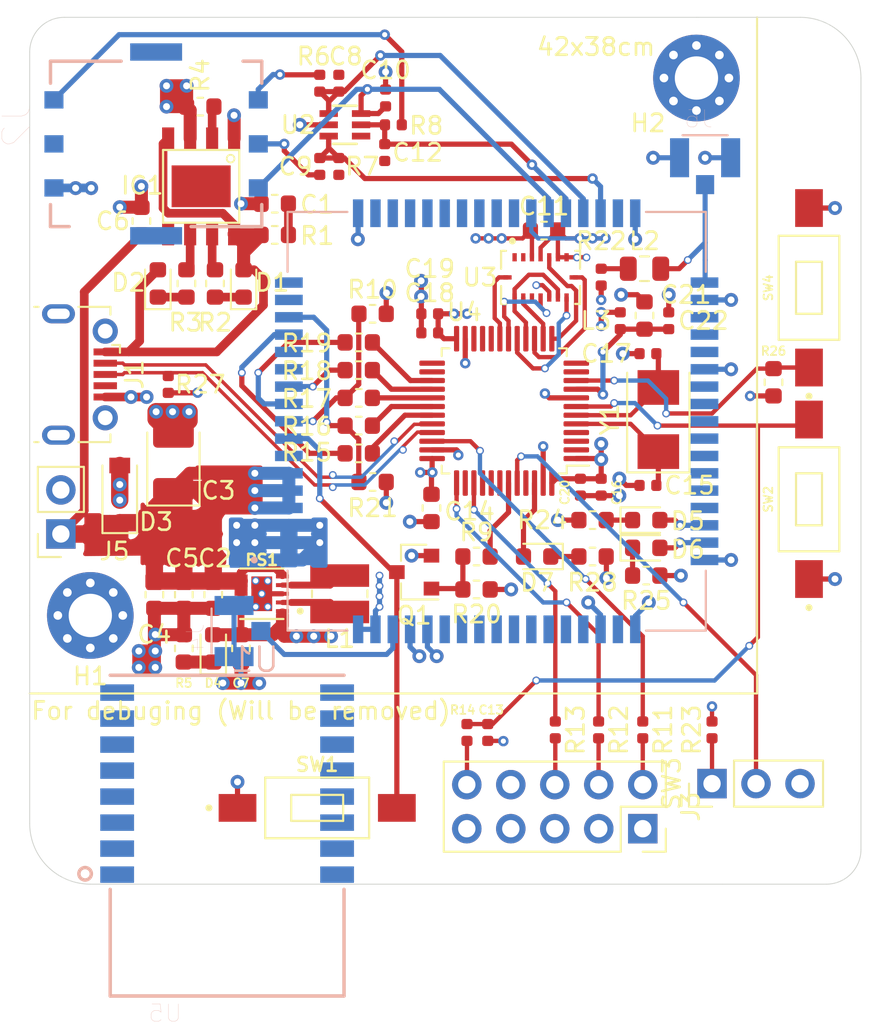
<source format=kicad_pcb>
(kicad_pcb (version 20171130) (host pcbnew "(5.1.6)-1")
  (layers (0 F.Cu signal) (1 In1.Cu power) (2 In2.Cu power) (31 B.Cu signal) (34 B.Paste user) (35 F.Paste user) (36 B.SilkS user) (37 F.SilkS user) (38 B.Mask user) (39 F.Mask user) (44 Edge.Cuts user))
  (net 0 "")
  (net 1 GND)
  (net 2 +3V3)
  (net 3 +3.3VA)
  (net 4 /HSE_OUT)
  (net 5 /HSE_IN)
  (net 6 "Net-(D1-Pad1)")
  (net 7 "Net-(D2-Pad1)")
  (net 8 +5V)
  (net 9 USB_D+)
  (net 10 USB_D-)
  (net 11 "Net-(D4-Pad1)")
  (net 12 "Net-(D5-Pad1)")
  (net 13 "Net-(IC1-Pad2)")
  (net 14 VBAT+)
  (net 15 PWRKEY)
  (net 16 SWO)
  (net 17 SWCLK)
  (net 18 SWDIO)
  (net 19 PA5)
  (net 20 SIM_RST)
  (net 21 SIM_CLK)
  (net 22 SIM_DATA)
  (net 23 SIM_VDD)
  (net 24 NRST)
  (net 25 STA)
  (net 26 Net)
  (net 27 "Net-(D6-Pad1)")
  (net 28 "Net-(D7-Pad1)")
  (net 29 DATA)
  (net 30 "Net-(J2-PadC3)")
  (net 31 "Net-(J2-PadC2)")
  (net 32 GSM)
  (net 33 GPS)
  (net 34 "Net-(L1-Pad2)")
  (net 35 "Net-(L1-Pad1)")
  (net 36 "Net-(L2-Pad1)")
  (net 37 PA0)
  (net 38 MOSI)
  (net 39 MISO)
  (net 40 INT_GYR)
  (net 41 NSS1)
  (net 42 INT_ACC)
  (net 43 NSS2)
  (net 44 "Net-(J3-Pad10)")
  (net 45 "Net-(J3-Pad6)")
  (net 46 "Net-(J3-Pad4)")
  (net 47 "Net-(J3-Pad2)")
  (net 48 SIM_DTR)
  (net 49 SIM_TXD)
  (net 50 PA10)
  (net 51 SIM_RXD)
  (net 52 PA9)
  (net 53 DTR)
  (net 54 SIM_DCD)
  (net 55 DCD)
  (net 56 SIM_RING)
  (net 57 PB14)
  (net 58 /BOOT0)
  (net 59 PB9)
  (net 60 PB7)
  (net 61 "Net-(C1-Pad1)")
  (net 62 "Net-(IC1-Pad6)")
  (net 63 "Net-(IC1-Pad7)")
  (net 64 "Net-(Q1-Pad1)")
  (net 65 "Net-(R23-Pad1)")
  (module "Kicad lib:XCVR_317030001" (layer B.Cu) (at 71.4 67.2)
    (fp_text reference U5 (at -3.578755 10.245735) (layer B.SilkS) (effects (font (size 1.001047 1.001047) (thickness 0.015)) (justify mirror)))
    (fp_text value 317030001)
    (pad 16 smd rect (at 6.35 2.25) (size 1.95 0.95) (layers B.Cu B.Paste B.Mask))
    (pad 15 smd rect (at 6.35 0.75) (size 1.95 0.95) (layers B.Cu B.Paste B.Mask))
    (pad 14 smd rect (at 6.35 -0.75) (size 1.95 0.95) (layers B.Cu B.Paste B.Mask))
    (pad 13 smd rect (at 6.35 -2.25) (size 1.95 0.95) (layers B.Cu B.Paste B.Mask))
    (pad 12 smd rect (at 6.35 -3.75) (size 1.95 0.95) (layers B.Cu B.Paste B.Mask))
    (pad 11 smd rect (at 6.35 -5.25) (size 1.95 0.95) (layers B.Cu B.Paste B.Mask))
    (pad 10 smd rect (at 6.35 -6.75) (size 1.95 0.95) (layers B.Cu B.Paste B.Mask))
    (pad 9 smd rect (at 6.35 -8.25) (size 1.95 0.95) (layers B.Cu B.Paste B.Mask))
    (pad 8 smd rect (at -6.35 -8.25) (size 1.95 0.95) (layers B.Cu B.Paste B.Mask))
    (pad 7 smd rect (at -6.35 -6.75) (size 1.95 0.95) (layers B.Cu B.Paste B.Mask))
    (pad 6 smd rect (at -6.35 -5.25) (size 1.95 0.95) (layers B.Cu B.Paste B.Mask))
    (pad 5 smd rect (at -6.35 -3.75) (size 1.95 0.95) (layers B.Cu B.Paste B.Mask))
    (pad 4 smd rect (at -6.35 -2.25) (size 1.95 0.95) (layers B.Cu B.Paste B.Mask))
    (pad 3 smd rect (at -6.35 -0.75) (size 1.95 0.95) (layers B.Cu B.Paste B.Mask))
    (pad 2 smd rect (at -6.35 0.75) (size 1.95 0.95) (layers B.Cu B.Paste B.Mask))
    (pad 1 smd rect (at -6.35 2.25) (size 1.95 0.95) (layers B.Cu B.Paste B.Mask))
  )
  (module "Kicad lib:GCT_SIM8050-6-0-14-01-X_REVF" (layer B.Cu) (at 67.3 27.3 270)
    (fp_text reference J2 (at -1.070905 8.051775 270) (layer B.SilkS) (effects (font (size 1.601346 1.601346) (thickness 0.015)) (justify mirror)))
    (fp_text value SIM8050-6-0-14-01-X_REVF)
    (pad C1 smd rect (at 2.54 -5.9 270) (size 1 1.1) (layers B.Cu B.Paste B.Mask) (net 23 SIM_VDD))
    (pad C2 smd rect (at 0 -5.9 270) (size 1 1.1) (layers B.Cu B.Paste B.Mask) (net 31 "Net-(J2-PadC2)"))
    (pad C3 smd rect (at -2.54 -5.9 270) (size 1 1.1) (layers B.Cu B.Paste B.Mask) (net 30 "Net-(J2-PadC3)"))
    (pad C4 smd rect (at 5.3 0 270) (size 1 3) (layers B.Cu B.Paste B.Mask))
    (pad C5 smd rect (at 2.54 5.9 270) (size 1 1.1) (layers B.Cu B.Paste B.Mask) (net 1 GND))
    (pad C6 smd rect (at 0 5.9 270) (size 1 1.1) (layers B.Cu B.Paste B.Mask))
    (pad C7 smd rect (at -2.54 5.9 270) (size 1 1.1) (layers B.Cu B.Paste B.Mask) (net 29 DATA))
    (pad C8 smd rect (at -5.3 0 270) (size 1 3) (layers B.Cu B.Paste B.Mask))
  )
  (module "Kicad lib:SW_1437566-4" (layer F.Cu) (at 105 47.8 90)
    (fp_text reference SW2 (at 0 -2.35 90) (layer F.SilkS) (effects (font (size 0.5 0.5) (thickness 0.1))))
    (fp_text value SW_Push)
    (pad 2 smd rect (at 4.6 0 90) (size 2.18 1.6) (layers F.Cu F.Paste F.Mask) (net 24 NRST))
    (pad 1 smd rect (at -4.6 0 90) (size 2.18 1.6) (layers F.Cu F.Paste F.Mask) (net 1 GND))
  )
  (module "Kicad lib:SW_1437566-4" (layer F.Cu) (at 105 35.6 90)
    (fp_text reference SW4 (at 0 -2.35 90) (layer F.SilkS) (effects (font (size 0.5 0.5) (thickness 0.1))))
    (fp_text value SW_Push)
    (pad 1 smd rect (at -4.6 0 90) (size 2.18 1.6) (layers F.Cu F.Paste F.Mask) (net 37 PA0))
    (pad 2 smd rect (at 4.6 0 90) (size 2.18 1.6) (layers F.Cu F.Paste F.Mask) (net 1 GND))
  )
  (module "Kicad lib:SW_1437566-4" (layer F.Cu) (at 76.6 65.6)
    (fp_text reference SW1 (at 0 -2.5) (layer F.SilkS) (effects (font (size 0.801339 0.801339))))
    (fp_text value SW_Push)
    (pad 2 smd rect (at 4.6 0) (size 2.18 1.6) (layers F.Cu F.Paste F.Mask) (net 15 PWRKEY))
    (pad 1 smd rect (at -4.6 0) (size 2.18 1.6) (layers F.Cu F.Paste F.Mask) (net 1 GND))
  )
  (module "Kicad lib:SON50P250X250X80-11N" (layer F.Cu) (at 73.4 53.25 180)
    (fp_text reference PS1 (at 0 1.95) (layer F.SilkS) (effects (font (size 0.64 0.64))))
    (fp_text value TPS63031DSKR)
    (pad 11 smd rect (at 0 0 180) (size 1.2 2) (layers F.Cu F.Mask) (net 1 GND))
    (pad 10 smd rect (at 1.195 -1 180) (size 0.75 0.23) (layers F.Cu F.Paste F.Mask) (net 2 +3V3))
    (pad 9 smd rect (at 1.195 -0.5 180) (size 0.75 0.23) (layers F.Cu F.Paste F.Mask) (net 1 GND))
    (pad 8 smd rect (at 1.195 0 180) (size 0.75 0.23) (layers F.Cu F.Paste F.Mask) (net 14 VBAT+))
    (pad 7 smd rect (at 1.195 0.5 180) (size 0.75 0.23) (layers F.Cu F.Paste F.Mask) (net 14 VBAT+))
    (pad 5 smd rect (at -1.195 1 180) (size 0.75 0.23) (layers F.Cu F.Paste F.Mask) (net 14 VBAT+))
    (pad 4 smd rect (at -1.195 0.5 180) (size 0.75 0.23) (layers F.Cu F.Paste F.Mask) (net 34 "Net-(L1-Pad2)"))
    (pad 3 smd rect (at -1.195 0 180) (size 0.75 0.23) (layers F.Cu F.Paste F.Mask) (net 1 GND))
    (pad 2 smd rect (at -1.195 -0.5 180) (size 0.75 0.23) (layers F.Cu F.Paste F.Mask) (net 35 "Net-(L1-Pad1)"))
    (pad 6 smd rect (at 1.195 1 180) (size 0.75 0.23) (layers F.Cu F.Paste F.Mask) (net 14 VBAT+))
    (pad 1 smd rect (at -1.195 -1 180) (size 0.75 0.23) (layers F.Cu F.Paste F.Mask) (net 2 +3V3))
  )
  (module MountingHole:MountingHole_2.5mm_Pad_Via (layer F.Cu) (at 98.5 23.5)
    (fp_text reference H2 (at -2.8 2.6) (layer F.SilkS))
    (fp_text value MountingHole_Pad)
    (pad 1 thru_hole circle (at 1.325825 -1.325825) (size 0.8 0.8) (drill 0.5) (layers *.Cu *.Mask) (net 1 GND))
    (pad 1 thru_hole circle (at 0 -1.875) (size 0.8 0.8) (drill 0.5) (layers *.Cu *.Mask) (net 1 GND))
    (pad 1 thru_hole circle (at -1.325825 -1.325825) (size 0.8 0.8) (drill 0.5) (layers *.Cu *.Mask) (net 1 GND))
    (pad 1 thru_hole circle (at -1.875 0) (size 0.8 0.8) (drill 0.5) (layers *.Cu *.Mask) (net 1 GND))
    (pad 1 thru_hole circle (at -1.325825 1.325825) (size 0.8 0.8) (drill 0.5) (layers *.Cu *.Mask) (net 1 GND))
    (pad 1 thru_hole circle (at 0 1.875) (size 0.8 0.8) (drill 0.5) (layers *.Cu *.Mask) (net 1 GND))
    (pad 1 thru_hole circle (at 1.325825 1.325825) (size 0.8 0.8) (drill 0.5) (layers *.Cu *.Mask) (net 1 GND))
    (pad 1 thru_hole circle (at 1.875 0) (size 0.8 0.8) (drill 0.5) (layers *.Cu *.Mask) (net 1 GND))
    (pad 1 thru_hole circle (at 0 0) (size 5 5) (drill 2.5) (layers *.Cu *.Mask) (net 1 GND))
  )
  (module MountingHole:MountingHole_2.5mm_Pad_Via (layer F.Cu) (at 63.5 54.5)
    (fp_text reference H1 (at 0 3.5) (layer F.SilkS))
    (fp_text value MountingHole_Pad)
    (pad 1 thru_hole circle (at 1.325825 -1.325825) (size 0.8 0.8) (drill 0.5) (layers *.Cu *.Mask) (net 1 GND))
    (pad 1 thru_hole circle (at 0 -1.875) (size 0.8 0.8) (drill 0.5) (layers *.Cu *.Mask) (net 1 GND))
    (pad 1 thru_hole circle (at -1.325825 -1.325825) (size 0.8 0.8) (drill 0.5) (layers *.Cu *.Mask) (net 1 GND))
    (pad 1 thru_hole circle (at -1.875 0) (size 0.8 0.8) (drill 0.5) (layers *.Cu *.Mask) (net 1 GND))
    (pad 1 thru_hole circle (at -1.325825 1.325825) (size 0.8 0.8) (drill 0.5) (layers *.Cu *.Mask) (net 1 GND))
    (pad 1 thru_hole circle (at 0 1.875) (size 0.8 0.8) (drill 0.5) (layers *.Cu *.Mask) (net 1 GND))
    (pad 1 thru_hole circle (at 1.325825 1.325825) (size 0.8 0.8) (drill 0.5) (layers *.Cu *.Mask) (net 1 GND))
    (pad 1 thru_hole circle (at 1.875 0) (size 0.8 0.8) (drill 0.5) (layers *.Cu *.Mask) (net 1 GND))
    (pad 1 thru_hole circle (at 0 0) (size 5 5) (drill 2.5) (layers *.Cu *.Mask) (net 1 GND))
  )
  (module Resistor_SMD:R_0603_1608Metric (layer F.Cu) (at 74.15 32.55)
    (fp_text reference R1 (at 2.45 0.05) (layer F.SilkS))
    (fp_text value 1)
    (pad 2 smd roundrect (at 0.7875 0) (size 0.875 0.95) (layers F.Cu F.Paste F.Mask) (net 61 "Net-(C1-Pad1)"))
    (pad 1 smd roundrect (at -0.7875 0) (size 0.875 0.95) (layers F.Cu F.Paste F.Mask) (net 8 +5V))
  )
  (module Capacitor_SMD:C_0603_1608Metric (layer F.Cu) (at 66.45 31.75 90)
    (fp_text reference C6 (at 0 -1.65 180) (layer F.SilkS))
    (fp_text value 10u)
    (pad 2 smd roundrect (at 0.7875 0 90) (size 0.875 0.95) (layers F.Cu F.Paste F.Mask) (net 1 GND))
    (pad 1 smd roundrect (at -0.7875 0 90) (size 0.875 0.95) (layers F.Cu F.Paste F.Mask) (net 14 VBAT+))
  )
  (module Crystal:Crystal_SMD_5032-2Pin_5.0x3.2mm (layer F.Cu) (at 96.3 43.2 90)
    (fp_text reference Y1 (at 0 -2.8 90) (layer F.SilkS))
    (fp_text value 8MHz)
    (pad 2 smd rect (at 1.85 0 90) (size 2 2.4) (layers F.Cu F.Paste F.Mask) (net 5 /HSE_IN))
    (pad 1 smd rect (at -1.85 0 90) (size 2 2.4) (layers F.Cu F.Paste F.Mask) (net 4 /HSE_OUT))
  )
  (module Package_QFP:LQFP-48_7x7mm_P0.5mm (layer F.Cu) (at 87.4 42.7 180)
    (fp_text reference U4 (at 2.3 5.7) (layer F.SilkS))
    (fp_text value STM32F103C8T6)
    (pad 1 smd roundrect (at -4.1625 -2.75 180) (size 1.475 0.3) (layers F.Cu F.Paste F.Mask) (net 2 +3V3))
    (pad 2 smd roundrect (at -4.1625 -2.25 180) (size 1.475 0.3) (layers F.Cu F.Paste F.Mask))
    (pad 3 smd roundrect (at -4.1625 -1.75 180) (size 1.475 0.3) (layers F.Cu F.Paste F.Mask))
    (pad 4 smd roundrect (at -4.1625 -1.25 180) (size 1.475 0.3) (layers F.Cu F.Paste F.Mask))
    (pad 5 smd roundrect (at -4.1625 -0.75 180) (size 1.475 0.3) (layers F.Cu F.Paste F.Mask) (net 4 /HSE_OUT))
    (pad 6 smd roundrect (at -4.1625 -0.25 180) (size 1.475 0.3) (layers F.Cu F.Paste F.Mask) (net 5 /HSE_IN))
    (pad 7 smd roundrect (at -4.1625 0.25 180) (size 1.475 0.3) (layers F.Cu F.Paste F.Mask) (net 24 NRST))
    (pad 8 smd roundrect (at -4.1625 0.75 180) (size 1.475 0.3) (layers F.Cu F.Paste F.Mask) (net 1 GND))
    (pad 9 smd roundrect (at -4.1625 1.25 180) (size 1.475 0.3) (layers F.Cu F.Paste F.Mask) (net 3 +3.3VA))
    (pad 10 smd roundrect (at -4.1625 1.75 180) (size 1.475 0.3) (layers F.Cu F.Paste F.Mask) (net 37 PA0))
    (pad 11 smd roundrect (at -4.1625 2.25 180) (size 1.475 0.3) (layers F.Cu F.Paste F.Mask))
    (pad 12 smd roundrect (at -4.1625 2.75 180) (size 1.475 0.3) (layers F.Cu F.Paste F.Mask))
    (pad 13 smd roundrect (at -2.75 4.1625 180) (size 0.3 1.475) (layers F.Cu F.Paste F.Mask) (net 43 NSS2))
    (pad 14 smd roundrect (at -2.25 4.1625 180) (size 0.3 1.475) (layers F.Cu F.Paste F.Mask) (net 41 NSS1))
    (pad 15 smd roundrect (at -1.75 4.1625 180) (size 0.3 1.475) (layers F.Cu F.Paste F.Mask) (net 19 PA5))
    (pad 16 smd roundrect (at -1.25 4.1625 180) (size 0.3 1.475) (layers F.Cu F.Paste F.Mask) (net 39 MISO))
    (pad 17 smd roundrect (at -0.75 4.1625 180) (size 0.3 1.475) (layers F.Cu F.Paste F.Mask) (net 38 MOSI))
    (pad 18 smd roundrect (at -0.25 4.1625 180) (size 0.3 1.475) (layers F.Cu F.Paste F.Mask) (net 40 INT_GYR))
    (pad 19 smd roundrect (at 0.25 4.1625 180) (size 0.3 1.475) (layers F.Cu F.Paste F.Mask) (net 42 INT_ACC))
    (pad 20 smd roundrect (at 0.75 4.1625 180) (size 0.3 1.475) (layers F.Cu F.Paste F.Mask))
    (pad 21 smd roundrect (at 1.25 4.1625 180) (size 0.3 1.475) (layers F.Cu F.Paste F.Mask))
    (pad 22 smd roundrect (at 1.75 4.1625 180) (size 0.3 1.475) (layers F.Cu F.Paste F.Mask))
    (pad 23 smd roundrect (at 2.25 4.1625 180) (size 0.3 1.475) (layers F.Cu F.Paste F.Mask) (net 1 GND))
    (pad 24 smd roundrect (at 2.75 4.1625 180) (size 0.3 1.475) (layers F.Cu F.Paste F.Mask) (net 2 +3V3))
    (pad 25 smd roundrect (at 4.1625 2.75 180) (size 1.475 0.3) (layers F.Cu F.Paste F.Mask))
    (pad 26 smd roundrect (at 4.1625 2.25 180) (size 1.475 0.3) (layers F.Cu F.Paste F.Mask))
    (pad 27 smd roundrect (at 4.1625 1.75 180) (size 1.475 0.3) (layers F.Cu F.Paste F.Mask) (net 57 PB14))
    (pad 28 smd roundrect (at 4.1625 1.25 180) (size 1.475 0.3) (layers F.Cu F.Paste F.Mask) (net 55 DCD))
    (pad 29 smd roundrect (at 4.1625 0.75 180) (size 1.475 0.3) (layers F.Cu F.Paste F.Mask) (net 53 DTR))
    (pad 30 smd roundrect (at 4.1625 0.25 180) (size 1.475 0.3) (layers F.Cu F.Paste F.Mask) (net 52 PA9))
    (pad 31 smd roundrect (at 4.1625 -0.25 180) (size 1.475 0.3) (layers F.Cu F.Paste F.Mask) (net 50 PA10))
    (pad 32 smd roundrect (at 4.1625 -0.75 180) (size 1.475 0.3) (layers F.Cu F.Paste F.Mask) (net 10 USB_D-))
    (pad 33 smd roundrect (at 4.1625 -1.25 180) (size 1.475 0.3) (layers F.Cu F.Paste F.Mask) (net 9 USB_D+))
    (pad 34 smd roundrect (at 4.1625 -1.75 180) (size 1.475 0.3) (layers F.Cu F.Paste F.Mask) (net 18 SWDIO))
    (pad 35 smd roundrect (at 4.1625 -2.25 180) (size 1.475 0.3) (layers F.Cu F.Paste F.Mask) (net 1 GND))
    (pad 36 smd roundrect (at 4.1625 -2.75 180) (size 1.475 0.3) (layers F.Cu F.Paste F.Mask) (net 2 +3V3))
    (pad 37 smd roundrect (at 2.75 -4.1625 180) (size 0.3 1.475) (layers F.Cu F.Paste F.Mask) (net 17 SWCLK))
    (pad 38 smd roundrect (at 2.25 -4.1625 180) (size 0.3 1.475) (layers F.Cu F.Paste F.Mask))
    (pad 39 smd roundrect (at 1.75 -4.1625 180) (size 0.3 1.475) (layers F.Cu F.Paste F.Mask) (net 16 SWO))
    (pad 40 smd roundrect (at 1.25 -4.1625 180) (size 0.3 1.475) (layers F.Cu F.Paste F.Mask))
    (pad 41 smd roundrect (at 0.75 -4.1625 180) (size 0.3 1.475) (layers F.Cu F.Paste F.Mask))
    (pad 42 smd roundrect (at 0.25 -4.1625 180) (size 0.3 1.475) (layers F.Cu F.Paste F.Mask))
    (pad 43 smd roundrect (at -0.25 -4.1625 180) (size 0.3 1.475) (layers F.Cu F.Paste F.Mask) (net 60 PB7))
    (pad 44 smd roundrect (at -0.75 -4.1625 180) (size 0.3 1.475) (layers F.Cu F.Paste F.Mask) (net 58 /BOOT0))
    (pad 45 smd roundrect (at -1.25 -4.1625 180) (size 0.3 1.475) (layers F.Cu F.Paste F.Mask))
    (pad 46 smd roundrect (at -1.75 -4.1625 180) (size 0.3 1.475) (layers F.Cu F.Paste F.Mask) (net 59 PB9))
    (pad 47 smd roundrect (at -2.25 -4.1625 180) (size 0.3 1.475) (layers F.Cu F.Paste F.Mask) (net 1 GND))
    (pad 48 smd roundrect (at -2.75 -4.1625 180) (size 0.3 1.475) (layers F.Cu F.Paste F.Mask) (net 2 +3V3))
  )
  (module "Kicad lib:PQFN50P450X300X100-16N" (layer F.Cu) (at 89.5 35)
    (fp_text reference U3 (at -3.5 0) (layer F.SilkS))
    (fp_text value BMI088)
    (pad 7 smd rect (at 1.5 -1.16) (size 0.25 0.475) (layers F.Cu F.Paste F.Mask) (net 1 GND))
    (pad 6 smd rect (at 1 -1.16) (size 0.25 0.475) (layers F.Cu F.Paste F.Mask) (net 1 GND))
    (pad 5 smd rect (at 0.5 -1.16) (size 0.25 0.475) (layers F.Cu F.Paste F.Mask) (net 43 NSS2))
    (pad 4 smd rect (at 0 -1.16) (size 0.25 0.475) (layers F.Cu F.Paste F.Mask) (net 1 GND))
    (pad 3 smd rect (at -0.5 -1.16) (size 0.25 0.475) (layers F.Cu F.Paste F.Mask) (net 2 +3V3))
    (pad 2 smd rect (at -1 -1.16) (size 0.25 0.475) (layers F.Cu F.Paste F.Mask))
    (pad 1 smd rect (at -1.5 -1.16) (size 0.25 0.475) (layers F.Cu F.Paste F.Mask))
    (pad 16 smd rect (at -1.91 0) (size 0.475 0.25) (layers F.Cu F.Paste F.Mask) (net 42 INT_ACC))
    (pad 15 smd rect (at -1.5 1.16) (size 0.25 0.475) (layers F.Cu F.Paste F.Mask) (net 39 MISO))
    (pad 14 smd rect (at -1 1.16) (size 0.25 0.475) (layers F.Cu F.Paste F.Mask) (net 41 NSS1))
    (pad 13 smd rect (at -0.5 1.16) (size 0.25 0.475) (layers F.Cu F.Paste F.Mask))
    (pad 12 smd rect (at 0 1.16) (size 0.25 0.475) (layers F.Cu F.Paste F.Mask) (net 40 INT_GYR))
    (pad 11 smd rect (at 0.5 1.16) (size 0.25 0.475) (layers F.Cu F.Paste F.Mask) (net 2 +3V3))
    (pad 10 smd rect (at 1 1.16) (size 0.25 0.475) (layers F.Cu F.Paste F.Mask) (net 39 MISO))
    (pad 9 smd rect (at 1.5 1.16) (size 0.25 0.475) (layers F.Cu F.Paste F.Mask) (net 38 MOSI))
    (pad 8 smd rect (at 1.91 0) (size 0.475 0.25) (layers F.Cu F.Paste F.Mask) (net 19 PA5))
  )
  (module "Kicad lib:SOT65P210X110-6N" (layer F.Cu) (at 78.2 26.2)
    (fp_text reference U2 (at -2.7 0) (layer F.SilkS))
    (fp_text value SMF05CT1G)
    (pad 1 smd rect (at -0.935 -0.65) (size 1.06 0.39) (layers F.Cu F.Paste F.Mask) (net 21 SIM_CLK))
    (pad 2 smd rect (at -0.935 0) (size 1.06 0.39) (layers F.Cu F.Paste F.Mask) (net 1 GND))
    (pad 3 smd rect (at -0.935 0.65) (size 1.06 0.39) (layers F.Cu F.Paste F.Mask) (net 20 SIM_RST))
    (pad 4 smd rect (at 0.935 0.65) (size 1.06 0.39) (layers F.Cu F.Paste F.Mask))
    (pad 5 smd rect (at 0.935 0) (size 1.06 0.39) (layers F.Cu F.Paste F.Mask) (net 22 SIM_DATA))
    (pad 6 smd rect (at 0.935 -0.65) (size 1.06 0.39) (layers F.Cu F.Paste F.Mask) (net 23 SIM_VDD))
  )
  (module "Kicad lib:XCVR_SIM808" (layer B.Cu) (at 86.965 43.3)
    (fp_text reference U1 (at -13.965 13.75) (layer B.SilkS) (effects (font (size 1.4 1.4)) (justify mirror)))
    (fp_text value SIM808)
    (pad 1 smd rect (at -12 8) (size 1.6 0.6) (layers B.Cu B.Paste B.Mask) (net 1 GND))
    (pad 2 smd rect (at -12 7) (size 1.6 0.6) (layers B.Cu B.Paste B.Mask) (net 1 GND))
    (pad 3 smd rect (at -12 6) (size 1.6 0.6) (layers B.Cu B.Paste B.Mask) (net 1 GND))
    (pad 4 smd rect (at -12 5) (size 1.6 0.6) (layers B.Cu B.Paste B.Mask) (net 14 VBAT+))
    (pad 5 smd rect (at -12 4) (size 1.6 0.6) (layers B.Cu B.Paste B.Mask) (net 14 VBAT+))
    (pad 6 smd rect (at -12 3) (size 1.6 0.6) (layers B.Cu B.Paste B.Mask) (net 14 VBAT+))
    (pad 7 smd rect (at -12 2) (size 1.6 0.6) (layers B.Cu B.Paste B.Mask))
    (pad 8 smd rect (at -12 1) (size 1.6 0.6) (layers B.Cu B.Paste B.Mask) (net 15 PWRKEY))
    (pad 9 smd rect (at -12 0) (size 1.6 0.6) (layers B.Cu B.Paste B.Mask) (net 48 SIM_DTR))
    (pad 10 smd rect (at -12 -1) (size 1.6 0.6) (layers B.Cu B.Paste B.Mask) (net 56 SIM_RING))
    (pad 11 smd rect (at -12 -2) (size 1.6 0.6) (layers B.Cu B.Paste B.Mask) (net 54 SIM_DCD))
    (pad 12 smd rect (at -12 -3) (size 1.6 0.6) (layers B.Cu B.Paste B.Mask))
    (pad 13 smd rect (at -12 -4) (size 1.6 0.6) (layers B.Cu B.Paste B.Mask))
    (pad 14 smd rect (at -12 -5) (size 1.6 0.6) (layers B.Cu B.Paste B.Mask) (net 49 SIM_TXD))
    (pad 15 smd rect (at -12 -6) (size 1.6 0.6) (layers B.Cu B.Paste B.Mask) (net 51 SIM_RXD))
    (pad 16 smd rect (at -12 -7) (size 1.6 0.6) (layers B.Cu B.Paste B.Mask))
    (pad 17 smd rect (at -12 -8) (size 1.6 0.6) (layers B.Cu B.Paste B.Mask))
    (pad 18 smd rect (at -8 -12) (size 0.6 1.6) (layers B.Cu B.Paste B.Mask) (net 1 GND))
    (pad 19 smd rect (at -7 -12) (size 0.6 1.6) (layers B.Cu B.Paste B.Mask))
    (pad 20 smd rect (at -6 -12) (size 0.6 1.6) (layers B.Cu B.Paste B.Mask))
    (pad 21 smd rect (at -5 -12) (size 0.6 1.6) (layers B.Cu B.Paste B.Mask))
    (pad 22 smd rect (at -4 -12) (size 0.6 1.6) (layers B.Cu B.Paste B.Mask))
    (pad 23 smd rect (at -3 -12) (size 0.6 1.6) (layers B.Cu B.Paste B.Mask))
    (pad 24 smd rect (at -2 -12) (size 0.6 1.6) (layers B.Cu B.Paste B.Mask))
    (pad 25 smd rect (at -1 -12) (size 0.6 1.6) (layers B.Cu B.Paste B.Mask))
    (pad 26 smd rect (at 0 -12) (size 0.6 1.6) (layers B.Cu B.Paste B.Mask))
    (pad 27 smd rect (at 1 -12) (size 0.6 1.6) (layers B.Cu B.Paste B.Mask))
    (pad 28 smd rect (at 2 -12) (size 0.6 1.6) (layers B.Cu B.Paste B.Mask) (net 1 GND))
    (pad 29 smd rect (at 3 -12) (size 0.6 1.6) (layers B.Cu B.Paste B.Mask) (net 23 SIM_VDD))
    (pad 30 smd rect (at 4 -12) (size 0.6 1.6) (layers B.Cu B.Paste B.Mask) (net 22 SIM_DATA))
    (pad 31 smd rect (at 5 -12) (size 0.6 1.6) (layers B.Cu B.Paste B.Mask) (net 21 SIM_CLK))
    (pad 32 smd rect (at 6 -12) (size 0.6 1.6) (layers B.Cu B.Paste B.Mask) (net 20 SIM_RST))
    (pad 33 smd rect (at 7 -12) (size 0.6 1.6) (layers B.Cu B.Paste B.Mask))
    (pad 34 smd rect (at 8 -12) (size 0.6 1.6) (layers B.Cu B.Paste B.Mask) (net 1 GND))
    (pad 35 smd rect (at 12 -8) (size 1.6 0.6) (layers B.Cu B.Paste B.Mask) (net 33 GPS))
    (pad 36 smd rect (at 12 -7) (size 1.6 0.6) (layers B.Cu B.Paste B.Mask) (net 1 GND))
    (pad 37 smd rect (at 12 -6) (size 1.6 0.6) (layers B.Cu B.Paste B.Mask))
    (pad 38 smd rect (at 12 -5) (size 1.6 0.6) (layers B.Cu B.Paste B.Mask))
    (pad 39 smd rect (at 12 -4) (size 1.6 0.6) (layers B.Cu B.Paste B.Mask))
    (pad 40 smd rect (at 12 -3) (size 1.6 0.6) (layers B.Cu B.Paste B.Mask) (net 1 GND))
    (pad 41 smd rect (at 12 -2) (size 1.6 0.6) (layers B.Cu B.Paste B.Mask))
    (pad 42 smd rect (at 12 -1) (size 1.6 0.6) (layers B.Cu B.Paste B.Mask))
    (pad 43 smd rect (at 12 0) (size 1.6 0.6) (layers B.Cu B.Paste B.Mask))
    (pad 44 smd rect (at 12 1) (size 1.6 0.6) (layers B.Cu B.Paste B.Mask))
    (pad 45 smd rect (at 12 2) (size 1.6 0.6) (layers B.Cu B.Paste B.Mask))
    (pad 46 smd rect (at 12 3) (size 1.6 0.6) (layers B.Cu B.Paste B.Mask))
    (pad 47 smd rect (at 12 4) (size 1.6 0.6) (layers B.Cu B.Paste B.Mask))
    (pad 48 smd rect (at 12 5) (size 1.6 0.6) (layers B.Cu B.Paste B.Mask))
    (pad 49 smd rect (at 12 6) (size 1.6 0.6) (layers B.Cu B.Paste B.Mask) (net 25 STA))
    (pad 50 smd rect (at 12 7) (size 1.6 0.6) (layers B.Cu B.Paste B.Mask) (net 26 Net))
    (pad 51 smd rect (at 12 8) (size 1.6 0.6) (layers B.Cu B.Paste B.Mask) (net 1 GND))
    (pad 52 smd rect (at 8 12) (size 0.6 1.6) (layers B.Cu B.Paste B.Mask) (net 1 GND))
    (pad 53 smd rect (at 7 12) (size 0.6 1.6) (layers B.Cu B.Paste B.Mask))
    (pad 54 smd rect (at 6 12) (size 0.6 1.6) (layers B.Cu B.Paste B.Mask) (net 1 GND))
    (pad 55 smd rect (at 5 12) (size 0.6 1.6) (layers B.Cu B.Paste B.Mask))
    (pad 56 smd rect (at 4 12) (size 0.6 1.6) (layers B.Cu B.Paste B.Mask))
    (pad 57 smd rect (at 3 12) (size 0.6 1.6) (layers B.Cu B.Paste B.Mask))
    (pad 58 smd rect (at 2 12) (size 0.6 1.6) (layers B.Cu B.Paste B.Mask))
    (pad 59 smd rect (at 1 12) (size 0.6 1.6) (layers B.Cu B.Paste B.Mask))
    (pad 60 smd rect (at 0 12) (size 0.6 1.6) (layers B.Cu B.Paste B.Mask))
    (pad 61 smd rect (at -1 12) (size 0.6 1.6) (layers B.Cu B.Paste B.Mask))
    (pad 62 smd rect (at -2 12) (size 0.6 1.6) (layers B.Cu B.Paste B.Mask))
    (pad 63 smd rect (at -3 12) (size 0.6 1.6) (layers B.Cu B.Paste B.Mask))
    (pad 64 smd rect (at -4 12) (size 0.6 1.6) (layers B.Cu B.Paste B.Mask) (net 1 GND))
    (pad 65 smd rect (at -5 12) (size 0.6 1.6) (layers B.Cu B.Paste B.Mask) (net 1 GND))
    (pad 66 smd rect (at -6 12) (size 0.6 1.6) (layers B.Cu B.Paste B.Mask) (net 32 GSM))
    (pad 67 smd rect (at -7 12) (size 0.6 1.6) (layers B.Cu B.Paste B.Mask) (net 1 GND))
    (pad 68 smd rect (at -8 12) (size 0.6 1.6) (layers B.Cu B.Paste B.Mask) (net 1 GND))
  )
  (module Connector_PinHeader_2.54mm:PinHeader_1x03_P2.54mm_Vertical (layer F.Cu) (at 99.4 64.2 90)
    (fp_text reference SW3 (at 0 -2.33 90) (layer F.SilkS))
    (fp_text value SW_SPDT)
    (pad 3 thru_hole oval (at 0 5.08 90) (size 1.7 1.7) (drill 1) (layers *.Cu *.Mask) (net 2 +3V3))
    (pad 2 thru_hole oval (at 0 2.54 90) (size 1.7 1.7) (drill 1) (layers *.Cu *.Mask) (net 58 /BOOT0))
    (pad 1 thru_hole rect (at 0 0 90) (size 1.7 1.7) (drill 1) (layers *.Cu *.Mask) (net 65 "Net-(R23-Pad1)"))
  )
  (module Resistor_SMD:R_0603_1608Metric (layer F.Cu) (at 79.8 46.8 180)
    (fp_text reference R21 (at 0 -1.5) (layer F.SilkS))
    (fp_text value 5.6k)
    (pad 2 smd roundrect (at 0.7875 0 180) (size 0.875 0.95) (layers F.Cu F.Paste F.Mask) (net 51 SIM_RXD))
    (pad 1 smd roundrect (at -0.7875 0 180) (size 0.875 0.95) (layers F.Cu F.Paste F.Mask) (net 1 GND))
  )
  (module Resistor_SMD:R_0603_1608Metric (layer F.Cu) (at 79 38.75 180)
    (fp_text reference R19 (at 3 -0.05) (layer F.SilkS))
    (fp_text value 1k)
    (pad 2 smd roundrect (at 0.7875 0 180) (size 0.875 0.95) (layers F.Cu F.Paste F.Mask) (net 56 SIM_RING))
    (pad 1 smd roundrect (at -0.7875 0 180) (size 0.875 0.95) (layers F.Cu F.Paste F.Mask) (net 57 PB14))
  )
  (module Resistor_SMD:R_0603_1608Metric (layer F.Cu) (at 79 40.35 180)
    (fp_text reference R18 (at 3 -0.05) (layer F.SilkS))
    (fp_text value 1k)
    (pad 2 smd roundrect (at 0.7875 0 180) (size 0.875 0.95) (layers F.Cu F.Paste F.Mask) (net 54 SIM_DCD))
    (pad 1 smd roundrect (at -0.7875 0 180) (size 0.875 0.95) (layers F.Cu F.Paste F.Mask) (net 55 DCD))
  )
  (module Resistor_SMD:R_0603_1608Metric (layer F.Cu) (at 79 41.95 180)
    (fp_text reference R17 (at 3 -0.05) (layer F.SilkS))
    (fp_text value 1k)
    (pad 2 smd roundrect (at 0.7875 0 180) (size 0.875 0.95) (layers F.Cu F.Paste F.Mask) (net 48 SIM_DTR))
    (pad 1 smd roundrect (at -0.7875 0 180) (size 0.875 0.95) (layers F.Cu F.Paste F.Mask) (net 53 DTR))
  )
  (module Resistor_SMD:R_0603_1608Metric (layer F.Cu) (at 79 43.55 180)
    (fp_text reference R16 (at 3 -0.05) (layer F.SilkS))
    (fp_text value 1k)
    (pad 2 smd roundrect (at 0.7875 0 180) (size 0.875 0.95) (layers F.Cu F.Paste F.Mask) (net 51 SIM_RXD))
    (pad 1 smd roundrect (at -0.7875 0 180) (size 0.875 0.95) (layers F.Cu F.Paste F.Mask) (net 52 PA9))
  )
  (module Resistor_SMD:R_0603_1608Metric (layer F.Cu) (at 79 45.15 180)
    (fp_text reference R15 (at 3 0.05) (layer F.SilkS))
    (fp_text value 1k)
    (pad 2 smd roundrect (at 0.7875 0 180) (size 0.875 0.95) (layers F.Cu F.Paste F.Mask) (net 49 SIM_TXD))
    (pad 1 smd roundrect (at -0.7875 0 180) (size 0.875 0.95) (layers F.Cu F.Paste F.Mask) (net 50 PA10))
  )
  (module Resistor_SMD:R_0603_1608Metric (layer F.Cu) (at 79.8 37.1 180)
    (fp_text reference R10 (at 0 1.4) (layer F.SilkS))
    (fp_text value 5.6k)
    (pad 2 smd roundrect (at 0.7875 0 180) (size 0.875 0.95) (layers F.Cu F.Paste F.Mask) (net 48 SIM_DTR))
    (pad 1 smd roundrect (at -0.7875 0 180) (size 0.875 0.95) (layers F.Cu F.Paste F.Mask) (net 1 GND))
  )
  (module Resistor_SMD:R_0603_1608Metric (layer F.Cu) (at 92.5 51.1)
    (fp_text reference R28 (at 0 1.5) (layer F.SilkS))
    (fp_text value 1k)
    (pad 2 smd roundrect (at 0.7875 0) (size 0.875 0.95) (layers F.Cu F.Paste F.Mask) (net 1 GND))
    (pad 1 smd roundrect (at -0.7875 0) (size 0.875 0.95) (layers F.Cu F.Paste F.Mask) (net 28 "Net-(D7-Pad1)"))
  )
  (module Resistor_SMD:R_0402_1005Metric (layer F.Cu) (at 68 41.175 90)
    (fp_text reference R27 (at 0 1.85 180) (layer F.SilkS))
    (fp_text value 1k5)
    (pad 2 smd roundrect (at 0.485 0 90) (size 0.59 0.64) (layers F.Cu F.Paste F.Mask) (net 9 USB_D+))
    (pad 1 smd roundrect (at -0.485 0 90) (size 0.59 0.64) (layers F.Cu F.Paste F.Mask) (net 2 +3V3))
  )
  (module Resistor_SMD:R_0603_1608Metric (layer F.Cu) (at 102.95 41.05 90)
    (fp_text reference R26 (at 1.8 0 180) (layer F.SilkS) (effects (font (size 0.5 0.5) (thickness 0.1))))
    (fp_text value 10k)
    (pad 2 smd roundrect (at 0.7875 0 90) (size 0.875 0.95) (layers F.Cu F.Paste F.Mask) (net 37 PA0))
    (pad 1 smd roundrect (at -0.7875 0 90) (size 0.875 0.95) (layers F.Cu F.Paste F.Mask) (net 2 +3V3))
  )
  (module Resistor_SMD:R_0603_1608Metric (layer F.Cu) (at 95.6 52.2)
    (fp_text reference R25 (at 0 1.45) (layer F.SilkS))
    (fp_text value 1k)
    (pad 2 smd roundrect (at 0.7875 0) (size 0.875 0.95) (layers F.Cu F.Paste F.Mask) (net 1 GND))
    (pad 1 smd roundrect (at -0.7875 0) (size 0.875 0.95) (layers F.Cu F.Paste F.Mask) (net 27 "Net-(D6-Pad1)"))
  )
  (module Resistor_SMD:R_0603_1608Metric (layer F.Cu) (at 92.5 49 180)
    (fp_text reference R24 (at 2.9 0) (layer F.SilkS))
    (fp_text value 1k)
    (pad 2 smd roundrect (at 0.7875 0 180) (size 0.875 0.95) (layers F.Cu F.Paste F.Mask) (net 1 GND))
    (pad 1 smd roundrect (at -0.7875 0 180) (size 0.875 0.95) (layers F.Cu F.Paste F.Mask) (net 12 "Net-(D5-Pad1)"))
  )
  (module Resistor_SMD:R_0402_1005Metric (layer F.Cu) (at 99.4 61.1 90)
    (fp_text reference R23 (at 0 -1.17 90) (layer F.SilkS))
    (fp_text value 10k)
    (pad 2 smd roundrect (at 0.485 0 90) (size 0.59 0.64) (layers F.Cu F.Paste F.Mask) (net 1 GND))
    (pad 1 smd roundrect (at -0.485 0 90) (size 0.59 0.64) (layers F.Cu F.Paste F.Mask) (net 65 "Net-(R23-Pad1)"))
  )
  (module Resistor_SMD:R_0402_1005Metric (layer F.Cu) (at 93 34.985 270)
    (fp_text reference R22 (at -2.085 0 180) (layer F.SilkS))
    (fp_text value 22)
    (pad 2 smd roundrect (at 0.485 0 270) (size 0.59 0.64) (layers F.Cu F.Paste F.Mask) (net 2 +3V3))
    (pad 1 smd roundrect (at -0.485 0 270) (size 0.59 0.64) (layers F.Cu F.Paste F.Mask) (net 36 "Net-(L2-Pad1)"))
  )
  (module Resistor_SMD:R_0603_1608Metric (layer F.Cu) (at 85.8 53 180)
    (fp_text reference R20 (at 0 -1.43) (layer F.SilkS))
    (fp_text value 47k)
    (pad 2 smd roundrect (at 0.7875 0 180) (size 0.875 0.95) (layers F.Cu F.Paste F.Mask) (net 64 "Net-(Q1-Pad1)"))
    (pad 1 smd roundrect (at -0.7875 0 180) (size 0.875 0.95) (layers F.Cu F.Paste F.Mask) (net 1 GND))
  )
  (module Resistor_SMD:R_0402_1005Metric (layer F.Cu) (at 85.25 61.25 270)
    (fp_text reference R14 (at -1.3 0.25 180) (layer F.SilkS) (effects (font (size 0.5 0.5) (thickness 0.1))))
    (fp_text value 22)
    (pad 2 smd roundrect (at 0.485 0 270) (size 0.59 0.64) (layers F.Cu F.Paste F.Mask) (net 44 "Net-(J3-Pad10)"))
    (pad 1 smd roundrect (at -0.485 0 270) (size 0.59 0.64) (layers F.Cu F.Paste F.Mask) (net 24 NRST))
  )
  (module Resistor_SMD:R_0402_1005Metric (layer F.Cu) (at 90.35 61.1 270)
    (fp_text reference R13 (at 0 -1.17 90) (layer F.SilkS))
    (fp_text value 22)
    (pad 2 smd roundrect (at 0.485 0 270) (size 0.59 0.64) (layers F.Cu F.Paste F.Mask) (net 45 "Net-(J3-Pad6)"))
    (pad 1 smd roundrect (at -0.485 0 270) (size 0.59 0.64) (layers F.Cu F.Paste F.Mask) (net 16 SWO))
  )
  (module Resistor_SMD:R_0402_1005Metric (layer F.Cu) (at 92.85 61.1 270)
    (fp_text reference R12 (at 0 -1.17 90) (layer F.SilkS))
    (fp_text value 22)
    (pad 2 smd roundrect (at 0.485 0 270) (size 0.59 0.64) (layers F.Cu F.Paste F.Mask) (net 46 "Net-(J3-Pad4)"))
    (pad 1 smd roundrect (at -0.485 0 270) (size 0.59 0.64) (layers F.Cu F.Paste F.Mask) (net 17 SWCLK))
  )
  (module Resistor_SMD:R_0402_1005Metric (layer F.Cu) (at 95.4 61.1 270)
    (fp_text reference R11 (at 0 -1.17 90) (layer F.SilkS))
    (fp_text value 22)
    (pad 2 smd roundrect (at 0.485 0 270) (size 0.59 0.64) (layers F.Cu F.Paste F.Mask) (net 47 "Net-(J3-Pad2)"))
    (pad 1 smd roundrect (at -0.485 0 270) (size 0.59 0.64) (layers F.Cu F.Paste F.Mask) (net 18 SWDIO))
  )
  (module Resistor_SMD:R_0603_1608Metric (layer F.Cu) (at 85.8 51.1)
    (fp_text reference R9 (at 0 -1.4) (layer F.SilkS))
    (fp_text value 47k)
    (pad 2 smd roundrect (at 0.7875 0) (size 0.875 0.95) (layers F.Cu F.Paste F.Mask) (net 60 PB7))
    (pad 1 smd roundrect (at -0.7875 0) (size 0.875 0.95) (layers F.Cu F.Paste F.Mask) (net 64 "Net-(Q1-Pad1)"))
  )
  (module Resistor_SMD:R_0402_1005Metric (layer F.Cu) (at 81 26.2)
    (fp_text reference R8 (at 1.9 0.05) (layer F.SilkS))
    (fp_text value 22)
    (pad 2 smd roundrect (at 0.485 0) (size 0.59 0.64) (layers F.Cu F.Paste F.Mask) (net 29 DATA))
    (pad 1 smd roundrect (at -0.485 0) (size 0.59 0.64) (layers F.Cu F.Paste F.Mask) (net 22 SIM_DATA))
  )
  (module Resistor_SMD:R_0402_1005Metric (layer F.Cu) (at 76.75 28.6 90)
    (fp_text reference R7 (at 0 2.45 180) (layer F.SilkS))
    (fp_text value 22)
    (pad 2 smd roundrect (at 0.485 0 90) (size 0.59 0.64) (layers F.Cu F.Paste F.Mask) (net 20 SIM_RST))
    (pad 1 smd roundrect (at -0.485 0 90) (size 0.59 0.64) (layers F.Cu F.Paste F.Mask) (net 31 "Net-(J2-PadC2)"))
  )
  (module Resistor_SMD:R_0402_1005Metric (layer F.Cu) (at 76.75 23.8 270)
    (fp_text reference R6 (at -1.55 0.35 180) (layer F.SilkS))
    (fp_text value 22)
    (pad 2 smd roundrect (at 0.485 0 270) (size 0.59 0.64) (layers F.Cu F.Paste F.Mask) (net 21 SIM_CLK))
    (pad 1 smd roundrect (at -0.485 0 270) (size 0.59 0.64) (layers F.Cu F.Paste F.Mask) (net 30 "Net-(J2-PadC3)"))
  )
  (module Resistor_SMD:R_0603_1608Metric (layer F.Cu) (at 68.9 56.4 90)
    (fp_text reference R5 (at -2 0 180) (layer F.SilkS) (effects (font (size 0.5 0.5) (thickness 0.1))))
    (fp_text value 1k)
    (pad 2 smd roundrect (at 0.7875 0 90) (size 0.875 0.95) (layers F.Cu F.Paste F.Mask) (net 1 GND))
    (pad 1 smd roundrect (at -0.7875 0 90) (size 0.875 0.95) (layers F.Cu F.Paste F.Mask) (net 11 "Net-(D4-Pad1)"))
  )
  (module Resistor_SMD:R_0603_1608Metric (layer F.Cu) (at 69.85 25.15 180)
    (fp_text reference R4 (at 0 1.8 270) (layer F.SilkS))
    (fp_text value 2k)
    (pad 2 smd roundrect (at 0.7875 0 180) (size 0.875 0.95) (layers F.Cu F.Paste F.Mask) (net 1 GND))
    (pad 1 smd roundrect (at -0.7875 0 180) (size 0.875 0.95) (layers F.Cu F.Paste F.Mask) (net 13 "Net-(IC1-Pad2)"))
  )
  (module Resistor_SMD:R_0603_1608Metric (layer F.Cu) (at 69.05 35.35 270)
    (fp_text reference R3 (at 2.25 0.05 180) (layer F.SilkS))
    (fp_text value 1k)
    (pad 2 smd roundrect (at 0.7875 0 270) (size 0.875 0.95) (layers F.Cu F.Paste F.Mask) (net 7 "Net-(D2-Pad1)"))
    (pad 1 smd roundrect (at -0.7875 0 270) (size 0.875 0.95) (layers F.Cu F.Paste F.Mask) (net 62 "Net-(IC1-Pad6)"))
  )
  (module Resistor_SMD:R_0603_1608Metric (layer F.Cu) (at 70.7 35.35 270)
    (fp_text reference R2 (at 2.25 0 180) (layer F.SilkS))
    (fp_text value 1k)
    (pad 2 smd roundrect (at 0.7875 0 270) (size 0.875 0.95) (layers F.Cu F.Paste F.Mask) (net 6 "Net-(D1-Pad1)"))
    (pad 1 smd roundrect (at -0.7875 0 270) (size 0.875 0.95) (layers F.Cu F.Paste F.Mask) (net 63 "Net-(IC1-Pad7)"))
  )
  (module Package_TO_SOT_SMD:SOT-23 (layer F.Cu) (at 82.2 52 180)
    (fp_text reference Q1 (at 0 -2.5) (layer F.SilkS))
    (fp_text value MMBT3904)
    (pad 3 smd rect (at 1 0 180) (size 0.9 0.8) (layers F.Cu F.Paste F.Mask) (net 15 PWRKEY))
    (pad 2 smd rect (at -1 0.95 180) (size 0.9 0.8) (layers F.Cu F.Paste F.Mask) (net 1 GND))
    (pad 1 smd rect (at -1 -0.95 180) (size 0.9 0.8) (layers F.Cu F.Paste F.Mask) (net 64 "Net-(Q1-Pad1)"))
  )
  (module Inductor_SMD:L_0402_1005Metric (layer F.Cu) (at 94.1 37.5 270)
    (fp_text reference L3 (at 0 1.4 180) (layer F.SilkS))
    (fp_text value 27n)
    (pad 2 smd roundrect (at 0.485 0 270) (size 0.59 0.64) (layers F.Cu F.Paste F.Mask) (net 3 +3.3VA))
    (pad 1 smd roundrect (at -0.485 0 270) (size 0.59 0.64) (layers F.Cu F.Paste F.Mask) (net 2 +3V3))
  )
  (module Inductor_SMD:L_0805_2012Metric (layer F.Cu) (at 95.5 34.5)
    (fp_text reference L2 (at 0 -1.6) (layer F.SilkS))
    (fp_text value 68uh)
    (pad 2 smd roundrect (at 0.9375 0) (size 0.975 1.4) (layers F.Cu F.Paste F.Mask) (net 33 GPS))
    (pad 1 smd roundrect (at -0.9375 0) (size 0.975 1.4) (layers F.Cu F.Paste F.Mask) (net 36 "Net-(L2-Pad1)"))
  )
  (module Inductor_SMD:L_Wuerth_MAPI-3015 (layer F.Cu) (at 77.9 53.25 90)
    (fp_text reference L1 (at -2.6 0 180) (layer F.SilkS))
    (fp_text value 1.5u)
    (pad 2 smd rect (at 1.05 0 90) (size 1.3 3.4) (layers F.Cu F.Paste F.Mask) (net 34 "Net-(L1-Pad2)"))
    (pad 1 smd rect (at -1.05 0 90) (size 1.3 3.4) (layers F.Cu F.Paste F.Mask) (net 35 "Net-(L1-Pad1)"))
  )
  (module "Kicad lib:HRS_U.FL-R-SMT(01)" (layer B.Cu) (at 99 28.1 180)
    (fp_text reference J6 (at 0.371335 2.239855) (layer B.SilkS) (effects (font (size 1.001126 1.001126) (thickness 0.015)) (justify mirror)))
    (fp_text value "U.FL-R-SMT(01)")
    (pad 3 smd rect (at 0 -1.55 180) (size 1.05 1.1) (layers B.Cu B.Paste B.Mask) (net 33 GPS))
    (pad 2 smd rect (at 1.475 0 180) (size 1.1 2.25) (layers B.Cu B.Paste B.Mask) (net 1 GND))
    (pad 1 smd rect (at -1.475 0 180) (size 1.1 2.25) (layers B.Cu B.Paste B.Mask) (net 1 GND))
  )
  (module Connector_PinSocket_2.54mm:PinSocket_1x02_P2.54mm_Vertical (layer F.Cu) (at 61.8 49.8 180)
    (fp_text reference J5 (at -3.1 -1 180) (layer F.SilkS))
    (fp_text value Power)
    (pad 2 thru_hole oval (at 0 2.54 180) (size 1.7 1.7) (drill 1) (layers *.Cu *.Mask) (net 1 GND))
    (pad 1 thru_hole rect (at 0 0 180) (size 1.7 1.7) (drill 1) (layers *.Cu *.Mask) (net 14 VBAT+))
  )
  (module "Kicad lib:HRS_U.FL-R-SMT(01)" (layer B.Cu) (at 71.8 55.4 270)
    (fp_text reference J4 (at 0.371335 2.239855 90) (layer B.SilkS) (effects (font (size 1.001126 1.001126) (thickness 0.015)) (justify mirror)))
    (fp_text value "U.FL-R-SMT(01)")
    (pad 3 smd rect (at 0 -1.55 270) (size 1.05 1.1) (layers B.Cu B.Paste B.Mask) (net 32 GSM))
    (pad 2 smd rect (at 1.475 0 270) (size 1.1 2.25) (layers B.Cu B.Paste B.Mask) (net 1 GND))
    (pad 1 smd rect (at -1.475 0 270) (size 1.1 2.25) (layers B.Cu B.Paste B.Mask) (net 1 GND))
  )
  (module Connector_PinSocket_2.54mm:PinSocket_2x05_P2.54mm_Vertical (layer F.Cu) (at 95.4 66.8 270)
    (fp_text reference J3 (at -1.27 -2.77 90) (layer F.SilkS))
    (fp_text value SWD)
    (pad 1 thru_hole rect (at 0 0 270) (size 1.7 1.7) (drill 1) (layers *.Cu *.Mask) (net 2 +3V3))
    (pad 2 thru_hole oval (at -2.54 0 270) (size 1.7 1.7) (drill 1) (layers *.Cu *.Mask) (net 47 "Net-(J3-Pad2)"))
    (pad 3 thru_hole oval (at 0 2.54 270) (size 1.7 1.7) (drill 1) (layers *.Cu *.Mask) (net 1 GND))
    (pad 4 thru_hole oval (at -2.54 2.54 270) (size 1.7 1.7) (drill 1) (layers *.Cu *.Mask) (net 46 "Net-(J3-Pad4)"))
    (pad 5 thru_hole oval (at 0 5.08 270) (size 1.7 1.7) (drill 1) (layers *.Cu *.Mask) (net 1 GND))
    (pad 6 thru_hole oval (at -2.54 5.08 270) (size 1.7 1.7) (drill 1) (layers *.Cu *.Mask) (net 45 "Net-(J3-Pad6)"))
    (pad 7 thru_hole oval (at 0 7.62 270) (size 1.7 1.7) (drill 1) (layers *.Cu *.Mask))
    (pad 8 thru_hole oval (at -2.54 7.62 270) (size 1.7 1.7) (drill 1) (layers *.Cu *.Mask))
    (pad 9 thru_hole oval (at 0 10.16 270) (size 1.7 1.7) (drill 1) (layers *.Cu *.Mask) (net 1 GND))
    (pad 10 thru_hole oval (at -2.54 10.16 270) (size 1.7 1.7) (drill 1) (layers *.Cu *.Mask) (net 44 "Net-(J3-Pad10)"))
  )
  (module "Kicad lib:USB_Micro_JLCPCB" (layer F.Cu) (at 62.9 40.6 270)
    (fp_text reference J1 (at 0 -3.15 90) (layer F.SilkS))
    (fp_text value USB_B_Micro)
    (pad 6 thru_hole circle (at -2.5 -1.4625 270) (size 1.45 1.45) (drill 0.85) (layers *.Cu *.Mask) (net 1 GND))
    (pad 2 smd rect (at -0.65 -1.4625 270) (size 0.4 1.35) (layers F.Cu F.Paste F.Mask) (net 10 USB_D-))
    (pad 1 smd rect (at -1.3 -1.4625 270) (size 0.4 1.35) (layers F.Cu F.Paste F.Mask) (net 8 +5V))
    (pad 5 smd rect (at 1.3 -1.4625 270) (size 0.4 1.35) (layers F.Cu F.Paste F.Mask) (net 1 GND))
    (pad 4 smd rect (at 0.65 -1.4625 270) (size 0.4 1.35) (layers F.Cu F.Paste F.Mask))
    (pad 3 smd rect (at 0 -1.4625 270) (size 0.4 1.35) (layers F.Cu F.Paste F.Mask) (net 9 USB_D+))
    (pad 6 thru_hole circle (at 2.5 -1.4625 270) (size 1.45 1.45) (drill 0.85) (layers *.Cu *.Mask) (net 1 GND))
    (pad 6 thru_hole oval (at -3.5 1.2375 90) (size 1.1 1.9) (drill oval 0.6 1.3) (layers *.Cu *.Mask) (net 1 GND))
    (pad 6 thru_hole oval (at 3.5 1.2375 270) (size 1.1 1.9) (drill oval 0.6 1.3) (layers *.Cu *.Mask) (net 1 GND))
  )
  (module "Kicad lib:SOP-8" (layer F.Cu) (at 69.9 29.75 270)
    (fp_text reference IC1 (at -0.05 3.4 180) (layer F.SilkS) (effects (font (size 1.000283 1.000283))))
    (fp_text value TP4056)
    (fp_poly (pts (xy -1.20026 -1.7) (xy 1.2 -1.7) (xy 1.2 1.70037) (xy -1.20026 1.70037)) (layer F.Cu) (width 0.01))
    (pad 4 smd rect (at -2.75 1.905 270) (size 1.3 0.7) (layers F.Cu F.Paste F.Mask) (net 8 +5V))
    (pad 3 smd rect (at -2.75 0.635 270) (size 1.3 0.7) (layers F.Cu F.Paste F.Mask) (net 1 GND))
    (pad 1 smd rect (at -2.75 -1.905 270) (size 1.3 0.7) (layers F.Cu F.Paste F.Mask) (net 1 GND))
    (pad 2 smd rect (at -2.75 -0.635 270) (size 1.3 0.7) (layers F.Cu F.Paste F.Mask) (net 13 "Net-(IC1-Pad2)"))
    (pad 5 smd rect (at 2.75 1.905 270) (size 1.3 0.7) (layers F.Cu F.Paste F.Mask) (net 14 VBAT+))
    (pad 6 smd rect (at 2.75 0.635 270) (size 1.3 0.7) (layers F.Cu F.Paste F.Mask) (net 62 "Net-(IC1-Pad6)"))
    (pad 8 smd rect (at 2.75 -1.905 270) (size 1.3 0.7) (layers F.Cu F.Paste F.Mask) (net 8 +5V))
    (pad 7 smd rect (at 2.75 -0.635 270) (size 1.3 0.7) (layers F.Cu F.Paste F.Mask) (net 63 "Net-(IC1-Pad7)"))
  )
  (module LED_SMD:LED_0603_1608Metric (layer F.Cu) (at 89.3 51.1 180)
    (fp_text reference D7 (at 0 -1.5) (layer F.SilkS))
    (fp_text value BLUE)
    (pad 2 smd roundrect (at 0.7875 0 180) (size 0.875 0.95) (layers F.Cu F.Paste F.Mask) (net 59 PB9))
    (pad 1 smd roundrect (at -0.7875 0 180) (size 0.875 0.95) (layers F.Cu F.Paste F.Mask) (net 28 "Net-(D7-Pad1)"))
  )
  (module LED_SMD:LED_0603_1608Metric (layer F.Cu) (at 95.6 50.6)
    (fp_text reference D6 (at 2.4 0.1) (layer F.SilkS))
    (fp_text value Blue)
    (pad 2 smd roundrect (at 0.7875 0) (size 0.875 0.95) (layers F.Cu F.Paste F.Mask) (net 26 Net))
    (pad 1 smd roundrect (at -0.7875 0) (size 0.875 0.95) (layers F.Cu F.Paste F.Mask) (net 27 "Net-(D6-Pad1)"))
  )
  (module LED_SMD:LED_0603_1608Metric (layer F.Cu) (at 95.6 49)
    (fp_text reference D5 (at 2.4 0.05) (layer F.SilkS))
    (fp_text value Green)
    (pad 2 smd roundrect (at 0.7875 0) (size 0.875 0.95) (layers F.Cu F.Paste F.Mask) (net 25 STA))
    (pad 1 smd roundrect (at -0.7875 0) (size 0.875 0.95) (layers F.Cu F.Paste F.Mask) (net 12 "Net-(D5-Pad1)"))
  )
  (module LED_SMD:LED_0603_1608Metric (layer F.Cu) (at 70.6 56.4 90)
    (fp_text reference D4 (at -2 0 180) (layer F.SilkS) (effects (font (size 0.5 0.5) (thickness 0.1))))
    (fp_text value GREEN)
    (pad 2 smd roundrect (at 0.7875 0 90) (size 0.875 0.95) (layers F.Cu F.Paste F.Mask) (net 2 +3V3))
    (pad 1 smd roundrect (at -0.7875 0 90) (size 0.875 0.95) (layers F.Cu F.Paste F.Mask) (net 11 "Net-(D4-Pad1)"))
  )
  (module Diode_SMD:D_SOD-123 (layer F.Cu) (at 65.2 47.5 90)
    (fp_text reference D3 (at -1.6 2.1 180) (layer F.SilkS))
    (fp_text value MMSZ5231BT1G)
    (pad 2 smd rect (at 1.65 0 90) (size 0.9 1.2) (layers F.Cu F.Paste F.Mask) (net 1 GND))
    (pad 1 smd rect (at -1.65 0 90) (size 0.9 1.2) (layers F.Cu F.Paste F.Mask) (net 14 VBAT+))
  )
  (module LED_SMD:LED_0603_1608Metric (layer F.Cu) (at 67.4 35.35 90)
    (fp_text reference D2 (at 0.05 -1.7 180) (layer F.SilkS))
    (fp_text value Green)
    (pad 2 smd roundrect (at 0.7875 0 90) (size 0.875 0.95) (layers F.Cu F.Paste F.Mask) (net 8 +5V))
    (pad 1 smd roundrect (at -0.7875 0 90) (size 0.875 0.95) (layers F.Cu F.Paste F.Mask) (net 7 "Net-(D2-Pad1)"))
  )
  (module LED_SMD:LED_0603_1608Metric (layer F.Cu) (at 72.35 35.35 90)
    (fp_text reference D1 (at 0.05 1.65 180) (layer F.SilkS))
    (fp_text value Red)
    (pad 2 smd roundrect (at 0.7875 0 90) (size 0.875 0.95) (layers F.Cu F.Paste F.Mask) (net 8 +5V))
    (pad 1 smd roundrect (at -0.7875 0 90) (size 0.875 0.95) (layers F.Cu F.Paste F.Mask) (net 6 "Net-(D1-Pad1)"))
  )
  (module Capacitor_SMD:C_0402_1005Metric (layer F.Cu) (at 96.9 37.5 90)
    (fp_text reference C22 (at 0 2 180) (layer F.SilkS))
    (fp_text value 100n)
    (pad 2 smd roundrect (at 0.485 0 90) (size 0.59 0.64) (layers F.Cu F.Paste F.Mask) (net 1 GND))
    (pad 1 smd roundrect (at -0.485 0 90) (size 0.59 0.64) (layers F.Cu F.Paste F.Mask) (net 3 +3.3VA))
  )
  (module Capacitor_SMD:C_0603_1608Metric (layer F.Cu) (at 95.5 37.2 90)
    (fp_text reference C21 (at 1.2 2.4) (layer F.SilkS))
    (fp_text value 1u)
    (pad 2 smd roundrect (at 0.7875 0 90) (size 0.875 0.95) (layers F.Cu F.Paste F.Mask) (net 1 GND))
    (pad 1 smd roundrect (at -0.7875 0 90) (size 0.875 0.95) (layers F.Cu F.Paste F.Mask) (net 3 +3.3VA))
  )
  (module Capacitor_SMD:C_0402_1005Metric (layer F.Cu) (at 91.8 47.1 270)
    (fp_text reference C20 (at 0.3 0.9 90) (layer F.SilkS) (effects (font (size 0.5 0.5) (thickness 0.1))))
    (fp_text value 100n)
    (pad 2 smd roundrect (at 0.485 0 270) (size 0.59 0.64) (layers F.Cu F.Paste F.Mask) (net 1 GND))
    (pad 1 smd roundrect (at -0.485 0 270) (size 0.59 0.64) (layers F.Cu F.Paste F.Mask) (net 2 +3V3))
  )
  (module Capacitor_SMD:C_0402_1005Metric (layer F.Cu) (at 83.1 37.1 180)
    (fp_text reference C19 (at 0 2.6) (layer F.SilkS))
    (fp_text value 100n)
    (pad 2 smd roundrect (at 0.485 0 180) (size 0.59 0.64) (layers F.Cu F.Paste F.Mask) (net 1 GND))
    (pad 1 smd roundrect (at -0.485 0 180) (size 0.59 0.64) (layers F.Cu F.Paste F.Mask) (net 2 +3V3))
  )
  (module Capacitor_SMD:C_0402_1005Metric (layer F.Cu) (at 83.1 38.2 180)
    (fp_text reference C18 (at 0 2.3) (layer F.SilkS))
    (fp_text value 100n)
    (pad 2 smd roundrect (at 0.485 0 180) (size 0.59 0.64) (layers F.Cu F.Paste F.Mask) (net 1 GND))
    (pad 1 smd roundrect (at -0.485 0 180) (size 0.59 0.64) (layers F.Cu F.Paste F.Mask) (net 2 +3V3))
  )
  (module Capacitor_SMD:C_0402_1005Metric (layer F.Cu) (at 95.7 39.4 180)
    (fp_text reference C17 (at 2.4 0) (layer F.SilkS))
    (fp_text value 30p)
    (pad 2 smd roundrect (at 0.485 0 180) (size 0.59 0.64) (layers F.Cu F.Paste F.Mask) (net 1 GND))
    (pad 1 smd roundrect (at -0.485 0 180) (size 0.59 0.64) (layers F.Cu F.Paste F.Mask) (net 5 /HSE_IN))
  )
  (module Capacitor_SMD:C_0402_1005Metric (layer F.Cu) (at 93 47.1 270)
    (fp_text reference C16 (at 0.3 -0.9 270) (layer F.SilkS) (effects (font (size 0.5 0.5) (thickness 0.1))))
    (fp_text value 100n)
    (pad 2 smd roundrect (at 0.485 0 270) (size 0.59 0.64) (layers F.Cu F.Paste F.Mask) (net 1 GND))
    (pad 1 smd roundrect (at -0.485 0 270) (size 0.59 0.64) (layers F.Cu F.Paste F.Mask) (net 2 +3V3))
  )
  (module Capacitor_SMD:C_0402_1005Metric (layer F.Cu) (at 95.7 47 180)
    (fp_text reference C15 (at -2.4 0) (layer F.SilkS))
    (fp_text value 30p)
    (pad 2 smd roundrect (at 0.485 0 180) (size 0.59 0.64) (layers F.Cu F.Paste F.Mask) (net 1 GND))
    (pad 1 smd roundrect (at -0.485 0 180) (size 0.59 0.64) (layers F.Cu F.Paste F.Mask) (net 4 /HSE_OUT))
  )
  (module Capacitor_SMD:C_0603_1608Metric (layer F.Cu) (at 83.2 48.3 270)
    (fp_text reference C14 (at 0.2 -2.2 180) (layer F.SilkS))
    (fp_text value 4u7)
    (pad 2 smd roundrect (at 0.7875 0 270) (size 0.875 0.95) (layers F.Cu F.Paste F.Mask) (net 1 GND))
    (pad 1 smd roundrect (at -0.7875 0 270) (size 0.875 0.95) (layers F.Cu F.Paste F.Mask) (net 2 +3V3))
  )
  (module Capacitor_SMD:C_0402_1005Metric (layer F.Cu) (at 86.45 61.25 270)
    (fp_text reference C13 (at -1.3 -0.2 180) (layer F.SilkS) (effects (font (size 0.5 0.5) (thickness 0.1))))
    (fp_text value 100n)
    (pad 2 smd roundrect (at 0.485 0 270) (size 0.59 0.64) (layers F.Cu F.Paste F.Mask) (net 1 GND))
    (pad 1 smd roundrect (at -0.485 0 270) (size 0.59 0.64) (layers F.Cu F.Paste F.Mask) (net 24 NRST))
  )
  (module Capacitor_SMD:C_0402_1005Metric (layer F.Cu) (at 80.5 27.8 90)
    (fp_text reference C12 (at 0 1.9 180) (layer F.SilkS))
    (fp_text value 33p)
    (pad 1 smd roundrect (at -0.485 0 90) (size 0.59 0.64) (layers F.Cu F.Paste F.Mask))
    (pad 2 smd roundrect (at 0.485 0 90) (size 0.59 0.64) (layers F.Cu F.Paste F.Mask) (net 22 SIM_DATA))
  )
  (module Capacitor_SMD:C_0603_1608Metric (layer F.Cu) (at 89.7 32.3)
    (fp_text reference C11 (at 0 -1.4) (layer F.SilkS))
    (fp_text value 1u)
    (pad 2 smd roundrect (at 0.7875 0) (size 0.875 0.95) (layers F.Cu F.Paste F.Mask) (net 1 GND))
    (pad 1 smd roundrect (at -0.7875 0) (size 0.875 0.95) (layers F.Cu F.Paste F.Mask) (net 2 +3V3))
  )
  (module Capacitor_SMD:C_0402_1005Metric (layer F.Cu) (at 80.55 24.65 270)
    (fp_text reference C10 (at -1.6 0 180) (layer F.SilkS))
    (fp_text value 100n)
    (pad 2 smd roundrect (at 0.485 0 270) (size 0.59 0.64) (layers F.Cu F.Paste F.Mask) (net 23 SIM_VDD))
    (pad 1 smd roundrect (at -0.485 0 270) (size 0.59 0.64) (layers F.Cu F.Paste F.Mask) (net 1 GND))
  )
  (module Capacitor_SMD:C_0402_1005Metric (layer F.Cu) (at 77.85 28.6 90)
    (fp_text reference C9 (at 0 -2.5 180) (layer F.SilkS))
    (fp_text value 33p)
    (pad 1 smd roundrect (at -0.485 0 90) (size 0.59 0.64) (layers F.Cu F.Paste F.Mask))
    (pad 2 smd roundrect (at 0.485 0 90) (size 0.59 0.64) (layers F.Cu F.Paste F.Mask) (net 20 SIM_RST))
  )
  (module Capacitor_SMD:C_0402_1005Metric (layer F.Cu) (at 77.85 23.8 270)
    (fp_text reference C8 (at -1.55 -0.4 180) (layer F.SilkS))
    (fp_text value 33p)
    (pad 1 smd roundrect (at -0.485 0 270) (size 0.59 0.64) (layers F.Cu F.Paste F.Mask))
    (pad 2 smd roundrect (at 0.485 0 270) (size 0.59 0.64) (layers F.Cu F.Paste F.Mask) (net 21 SIM_CLK))
  )
  (module Capacitor_SMD:C_0603_1608Metric (layer F.Cu) (at 72.2 56.4 270)
    (fp_text reference C7 (at 2 0 180) (layer F.SilkS) (effects (font (size 0.5 0.5) (thickness 0.1))))
    (fp_text value 10u)
    (pad 2 smd roundrect (at 0.7875 0 270) (size 0.875 0.95) (layers F.Cu F.Paste F.Mask) (net 1 GND))
    (pad 1 smd roundrect (at -0.7875 0 270) (size 0.875 0.95) (layers F.Cu F.Paste F.Mask) (net 2 +3V3))
  )
  (module Capacitor_SMD:C_0603_1608Metric (layer F.Cu) (at 68.9 53.3 270)
    (fp_text reference C5 (at -2.1 0.1 180) (layer F.SilkS))
    (fp_text value 10p)
    (pad 2 smd roundrect (at 0.7875 0 270) (size 0.875 0.95) (layers F.Cu F.Paste F.Mask) (net 1 GND))
    (pad 1 smd roundrect (at -0.7875 0 270) (size 0.875 0.95) (layers F.Cu F.Paste F.Mask) (net 14 VBAT+))
  )
  (module Capacitor_SMD:C_0603_1608Metric (layer F.Cu) (at 67.2 53.3 270)
    (fp_text reference C4 (at 2.3 0 180) (layer F.SilkS))
    (fp_text value 33p)
    (pad 2 smd roundrect (at 0.7875 0 270) (size 0.875 0.95) (layers F.Cu F.Paste F.Mask) (net 1 GND))
    (pad 1 smd roundrect (at -0.7875 0 270) (size 0.875 0.95) (layers F.Cu F.Paste F.Mask) (net 14 VBAT+))
  )
  (module Capacitor_Tantalum_SMD:CP_EIA-3528-21_Kemet-B (layer F.Cu) (at 68.3 45.7 90)
    (fp_text reference C3 (at -1.6 2.6 180) (layer F.SilkS))
    (fp_text value 100u)
    (pad 2 smd roundrect (at 1.5375 0 90) (size 1.325 2.35) (layers F.Cu F.Paste F.Mask) (roundrect_rratio 0.188679) (net 1 GND))
    (pad 1 smd roundrect (at -1.5375 0 90) (size 1.325 2.35) (layers F.Cu F.Paste F.Mask) (roundrect_rratio 0.188679) (net 14 VBAT+))
  )
  (module Capacitor_SMD:C_0603_1608Metric (layer F.Cu) (at 74.15 30.75 180)
    (fp_text reference C1 (at -2.45 -0.05) (layer F.SilkS))
    (fp_text value 10u)
    (pad 2 smd roundrect (at 0.7875 0 180) (size 0.875 0.95) (layers F.Cu F.Paste F.Mask) (net 1 GND))
    (pad 1 smd roundrect (at -0.7875 0 180) (size 0.875 0.95) (layers F.Cu F.Paste F.Mask) (net 61 "Net-(C1-Pad1)"))
  )
  (module Capacitor_SMD:C_0603_1608Metric (layer F.Cu) (at 70.6 53.3 270)
    (fp_text reference C2 (at -2.1 -0.1 180) (layer F.SilkS))
    (fp_text value 4.7u)
    (pad 2 smd roundrect (at 0.7875 0 270) (size 0.875 0.95) (layers F.Cu F.Paste F.Mask) (net 1 GND))
    (pad 1 smd roundrect (at -0.7875 0 270) (size 0.875 0.95) (layers F.Cu F.Paste F.Mask) (net 14 VBAT+))
  )
  (gr_line (start 60.5 59) (end 60 59) (layer F.SilkS) (width 0.12))
  (gr_line (start 102 20.5) (end 102 20) (layer F.SilkS) (width 0.12))
  (gr_line (start 102 59) (end 102 20.5) (layer F.SilkS) (width 0.12))
  (gr_line (start 101 59) (end 102 59) (layer F.SilkS) (width 0.12))
  (gr_line (start 60.5 59) (end 101 59) (layer F.SilkS) (width 0.12))
  (gr_text "For debuging (Will be removed)" (at 72.2 60) (layer F.SilkS) (effects (font (size 1 1))))
  (gr_line (start 106 70) (end 100 70) (layer Edge.Cuts) (width 0.05))
  (gr_line (start 108 56) (end 108 68) (layer Edge.Cuts) (width 0.05))
  (gr_line (start 60 66.5) (end 60 54.5) (layer Edge.Cuts) (width 0.05))
  (gr_line (start 98.6 20) (end 98.5 20) (layer Edge.Cuts) (width 0.05))
  (gr_line (start 104.5 20) (end 98.6 20) (layer Edge.Cuts) (width 0.05))
  (gr_line (start 63.5 70) (end 100 70) (layer Edge.Cuts) (width 0.05))
  (gr_line (start 60 22) (end 60 54.5) (layer Edge.Cuts) (width 0.05))
  (gr_line (start 98.5 20) (end 62 20) (layer Edge.Cuts) (width 0.05))
  (gr_line (start 108 56) (end 108 23.5) (layer Edge.Cuts) (width 0.05))
  (gr_arc (start 62 22) (end 62 20) (angle -90) (layer Edge.Cuts) (width 0.05))
  (gr_arc (start 106 68) (end 106 70) (angle -90) (layer Edge.Cuts) (width 0.05))
  (gr_arc (start 104.5 23.5) (end 108 23.5) (angle -90) (layer Edge.Cuts) (width 0.05))
  (gr_arc (start 63.5 66.5) (end 60 66.5) (angle -90) (layer Edge.Cuts) (width 0.05))
  (gr_text 42x38cm (at 92.7 21.7) (layer F.SilkS) (effects (font (size 1 1))))
  (via (at 73.05 54) (size 0.45) (drill 0.3) (layers F.Cu B.Cu) (net 1))
  (via (at 73.75 54) (size 0.45) (drill 0.3) (layers F.Cu B.Cu) (net 1))
  (via (at 73.05 52.5) (size 0.45) (drill 0.3) (layers F.Cu B.Cu) (net 1))
  (via (at 73.4 53.25) (size 0.45) (drill 0.3) (layers F.Cu B.Cu) (net 1))
  (segment (start 73.05 53.6) (end 73.4 53.25) (width 0.5) (layer F.Cu) (net 1))
  (segment (start 73.05 54) (end 73.05 53.6) (width 0.5) (layer F.Cu) (net 1))
  (segment (start 73.75 53.6) (end 73.4 53.25) (width 0.5) (layer F.Cu) (net 1))
  (segment (start 73.75 54) (end 73.75 53.6) (width 0.5) (layer F.Cu) (net 1))
  (segment (start 73.05 52.9) (end 73.4 53.25) (width 0.5) (layer F.Cu) (net 1))
  (segment (start 73.05 52.5) (end 73.05 52.9) (width 0.5) (layer F.Cu) (net 1))
  (segment (start 74.595 53.25) (end 73.4 53.25) (width 0.3) (layer F.Cu) (net 1))
  (segment (start 73.05 54) (end 72.8 53.75) (width 0.25) (layer F.Cu) (net 1))
  (segment (start 72.494953 53.760009) (end 72.437484 53.760009) (width 0.25) (layer F.Cu) (net 1))
  (segment (start 72.8 53.75) (end 72.504962 53.75) (width 0.25) (layer F.Cu) (net 1))
  (segment (start 72.504962 53.75) (end 72.494953 53.760009) (width 0.25) (layer F.Cu) (net 1))
  (segment (start 70.6 54.0875) (end 67.2 54.0875) (width 0.75) (layer F.Cu) (net 1))
  (segment (start 68.9 55.6125) (end 68.9 54.0875) (width 0.75) (layer F.Cu) (net 1))
  (via (at 67.25 55.6) (size 0.8) (drill 0.4) (layers F.Cu B.Cu) (net 1))
  (via (at 67.25 56.55) (size 0.8) (drill 0.4) (layers F.Cu B.Cu) (net 1))
  (via (at 67.25 57.5) (size 0.8) (drill 0.4) (layers F.Cu B.Cu) (net 1))
  (via (at 66.3 57.5) (size 0.8) (drill 0.4) (layers F.Cu B.Cu) (net 1))
  (via (at 66.3 56.55) (size 0.8) (drill 0.4) (layers F.Cu B.Cu) (net 1))
  (segment (start 67.2 57.45) (end 67.25 57.5) (width 0.75) (layer F.Cu) (net 1))
  (segment (start 67.2 54.0875) (end 67.2 57.45) (width 0.75) (layer F.Cu) (net 1))
  (segment (start 67.2625 55.6125) (end 67.25 55.6) (width 0.75) (layer F.Cu) (net 1))
  (segment (start 68.9 55.6125) (end 67.2625 55.6125) (width 0.75) (layer F.Cu) (net 1))
  (segment (start 66.3 56.55) (end 67.25 56.55) (width 0.75) (layer F.Cu) (net 1))
  (segment (start 66.3 57.5) (end 67.25 57.5) (width 0.75) (layer F.Cu) (net 1))
  (segment (start 66.3 57.5) (end 66.3 56.55) (width 0.75) (layer F.Cu) (net 1))
  (segment (start 67.25 57.5) (end 66.3 56.55) (width 0.75) (layer F.Cu) (net 1))
  (via (at 72.2 58.4) (size 0.8) (drill 0.4) (layers F.Cu B.Cu) (net 1))
  (segment (start 72.2 58.4) (end 72.2 57.1875) (width 0.75) (layer F.Cu) (net 1))
  (via (at 65.2 46.95) (size 0.8) (drill 0.4) (layers F.Cu B.Cu) (net 1))
  (via (at 65.2 47.85) (size 0.8) (drill 0.4) (layers F.Cu B.Cu) (net 1))
  (segment (start 65.2 47.85) (end 65.2 45.85) (width 1) (layer F.Cu) (net 1))
  (via (at 68.25 42.75) (size 0.8) (drill 0.4) (layers F.Cu B.Cu) (net 1))
  (via (at 69.2 42.75) (size 0.8) (drill 0.4) (layers F.Cu B.Cu) (net 1))
  (via (at 67.3 42.75) (size 0.8) (drill 0.4) (layers F.Cu B.Cu) (net 1))
  (segment (start 69.2 43.2625) (end 68.3 44.1625) (width 1) (layer F.Cu) (net 1))
  (segment (start 69.2 42.75) (end 69.2 43.2625) (width 1) (layer F.Cu) (net 1))
  (segment (start 67.3 43.1625) (end 68.3 44.1625) (width 1) (layer F.Cu) (net 1))
  (segment (start 67.3 42.75) (end 67.3 43.1625) (width 1) (layer F.Cu) (net 1))
  (segment (start 68.25 44.1125) (end 68.3 44.1625) (width 1) (layer F.Cu) (net 1))
  (segment (start 68.25 42.75) (end 68.25 44.1125) (width 1) (layer F.Cu) (net 1))
  (segment (start 67.3 42.75) (end 69.2 42.75) (width 1) (layer F.Cu) (net 1))
  (via (at 65.85 41.9) (size 0.8) (drill 0.4) (layers F.Cu B.Cu) (net 1))
  (via (at 66.75 41.9) (size 0.8) (drill 0.4) (layers F.Cu B.Cu) (net 1))
  (segment (start 64.3625 41.9) (end 66.75 41.9) (width 0.5) (layer F.Cu) (net 1))
  (via (at 62.65 29.85) (size 0.8) (drill 0.4) (layers F.Cu B.Cu) (net 1))
  (via (at 63.55 29.85) (size 0.8) (drill 0.4) (layers F.Cu B.Cu) (net 1))
  (segment (start 63.54 29.84) (end 63.55 29.85) (width 0.5) (layer B.Cu) (net 1))
  (segment (start 61.4 29.84) (end 63.54 29.84) (width 0.5) (layer B.Cu) (net 1))
  (via (at 66.45 29.75) (size 0.8) (drill 0.4) (layers F.Cu B.Cu) (net 1))
  (via (at 65.2 30.95) (size 0.8) (drill 0.4) (layers F.Cu B.Cu) (net 1))
  (segment (start 66.45 29.75) (end 66.45 30.9625) (width 0.75) (layer F.Cu) (net 1))
  (segment (start 66.4375 30.95) (end 66.45 30.9625) (width 0.75) (layer F.Cu) (net 1))
  (segment (start 65.2 30.95) (end 66.4375 30.95) (width 0.75) (layer F.Cu) (net 1))
  (via (at 69.06 23.95) (size 0.8) (drill 0.4) (layers F.Cu B.Cu) (net 1))
  (via (at 67.9 23.95) (size 0.8) (drill 0.4) (layers F.Cu B.Cu) (net 1))
  (via (at 67.9 25.15) (size 0.8) (drill 0.4) (layers F.Cu B.Cu) (net 1))
  (segment (start 69.0625 23.9525) (end 69.06 23.95) (width 0.75) (layer F.Cu) (net 1))
  (segment (start 69.0625 25.15) (end 69.0625 23.9525) (width 0.75) (layer F.Cu) (net 1))
  (segment (start 67.9 25.15) (end 69.0625 25.15) (width 0.75) (layer F.Cu) (net 1))
  (segment (start 69.06 23.95) (end 67.9 23.95) (width 0.75) (layer F.Cu) (net 1))
  (segment (start 67.9 25.15) (end 67.9 23.95) (width 0.75) (layer F.Cu) (net 1))
  (segment (start 69.0625 25.1125) (end 67.9 23.95) (width 0.75) (layer F.Cu) (net 1))
  (segment (start 69.0625 25.15) (end 69.0625 25.1125) (width 0.75) (layer F.Cu) (net 1))
  (via (at 71.8 25.65) (size 0.8) (drill 0.4) (layers F.Cu B.Cu) (net 1))
  (segment (start 69.265 25.3525) (end 69.0625 25.15) (width 0.75) (layer F.Cu) (net 1))
  (segment (start 69.265 27) (end 69.265 25.3525) (width 0.75) (layer F.Cu) (net 1))
  (segment (start 71.805 25.655) (end 71.8 25.65) (width 0.75) (layer F.Cu) (net 1))
  (segment (start 71.805 27) (end 71.805 25.655) (width 0.75) (layer F.Cu) (net 1))
  (via (at 72.2 30.75) (size 0.8) (drill 0.4) (layers F.Cu B.Cu) (net 1))
  (segment (start 73.3625 30.75) (end 72.2 30.75) (width 0.75) (layer F.Cu) (net 1))
  (via (at 87.8 53) (size 0.8) (drill 0.4) (layers F.Cu B.Cu) (net 1))
  (via (at 90.5 49) (size 0.8) (drill 0.4) (layers F.Cu B.Cu) (net 1))
  (via (at 93.3 52.35) (size 0.8) (drill 0.4) (layers F.Cu B.Cu) (net 1))
  (via (at 97.6 52.2) (size 0.8) (drill 0.4) (layers F.Cu B.Cu) (net 1))
  (via (at 106.5 52.4) (size 0.8) (drill 0.4) (layers F.Cu B.Cu) (net 1))
  (via (at 106.5 31) (size 0.8) (drill 0.4) (layers F.Cu B.Cu) (net 1))
  (via (at 82.05 51.05) (size 0.8) (drill 0.4) (layers F.Cu B.Cu) (net 1))
  (via (at 81.95 49.09) (size 0.8) (drill 0.4) (layers F.Cu B.Cu) (net 1))
  (via (at 80.59 48) (size 0.8) (drill 0.4) (layers F.Cu B.Cu) (net 1))
  (via (at 80.6 35.9) (size 0.8) (drill 0.4) (layers F.Cu B.Cu) (net 1))
  (via (at 82.6 36.1) (size 0.8) (drill 0.4) (layers F.Cu B.Cu) (net 1))
  (via (at 82.6 35.2) (size 0.8) (drill 0.4) (layers F.Cu B.Cu) (net 1))
  (segment (start 82.615 35.215) (end 82.6 35.2) (width 0.3) (layer F.Cu) (net 1))
  (segment (start 82.615 38.2) (end 82.615 35.215) (width 0.3) (layer F.Cu) (net 1))
  (segment (start 80.5875 35.9125) (end 80.6 35.9) (width 0.3) (layer F.Cu) (net 1))
  (segment (start 80.5875 37.1) (end 80.5875 35.9125) (width 0.3) (layer F.Cu) (net 1))
  (segment (start 83.2 51.05) (end 82.05 51.05) (width 0.3) (layer F.Cu) (net 1))
  (segment (start 86.5875 53) (end 87.8 53) (width 0.3) (layer F.Cu) (net 1))
  (segment (start 81.9525 49.0875) (end 81.95 49.09) (width 0.3) (layer F.Cu) (net 1))
  (segment (start 83.2 49.0875) (end 81.9525 49.0875) (width 0.3) (layer F.Cu) (net 1))
  (segment (start 80.59 46.8025) (end 80.5875 46.8) (width 0.3) (layer F.Cu) (net 1))
  (segment (start 80.59 48) (end 80.59 46.8025) (width 0.3) (layer F.Cu) (net 1))
  (segment (start 91.7125 49) (end 90.5 49) (width 0.3) (layer F.Cu) (net 1))
  (segment (start 97.6 52.2) (end 96.3875 52.2) (width 0.3) (layer F.Cu) (net 1))
  (segment (start 93.3 51.1125) (end 93.2875 51.1) (width 0.3) (layer F.Cu) (net 1))
  (segment (start 93.3 52.35) (end 93.3 51.1125) (width 0.3) (layer F.Cu) (net 1))
  (via (at 78.95 32.8) (size 0.8) (drill 0.4) (layers F.Cu B.Cu) (net 1))
  (segment (start 78.965 32.785) (end 78.95 32.8) (width 0.3) (layer B.Cu) (net 1))
  (segment (start 78.965 31.3) (end 78.965 32.785) (width 0.3) (layer B.Cu) (net 1))
  (via (at 91.6 33.85) (size 0.45) (drill 0.3) (layers F.Cu B.Cu) (net 1))
  (via (at 92.15 33.85) (size 0.45) (drill 0.3) (layers F.Cu B.Cu) (net 1))
  (segment (start 92.14 33.84) (end 92.15 33.85) (width 0.25) (layer F.Cu) (net 1))
  (segment (start 90.5 33.84) (end 92.14 33.84) (width 0.25) (layer F.Cu) (net 1))
  (segment (start 90.5 32.3125) (end 90.4875 32.3) (width 0.25) (layer F.Cu) (net 1))
  (segment (start 90.5 33.84) (end 90.5 32.3125) (width 0.25) (layer F.Cu) (net 1))
  (via (at 94.96 32.8) (size 0.8) (drill 0.4) (layers F.Cu B.Cu) (net 1))
  (segment (start 94.965 32.795) (end 94.96 32.8) (width 0.3) (layer B.Cu) (net 1))
  (segment (start 94.965 31.3) (end 94.965 32.795) (width 0.3) (layer B.Cu) (net 1))
  (via (at 96.9 36) (size 0.8) (drill 0.4) (layers F.Cu B.Cu) (net 1))
  (via (at 94.15 36) (size 0.8) (drill 0.4) (layers F.Cu B.Cu) (net 1))
  (segment (start 96.9 37.015) (end 96.9 36) (width 0.3) (layer F.Cu) (net 1))
  (segment (start 95.0875 36) (end 95.5 36.4125) (width 0.3) (layer F.Cu) (net 1))
  (segment (start 94.15 36) (end 95.0875 36) (width 0.3) (layer F.Cu) (net 1))
  (segment (start 106.5 31) (end 105 31) (width 0.3) (layer F.Cu) (net 1))
  (segment (start 106.5 52.4) (end 105 52.4) (width 0.3) (layer F.Cu) (net 1))
  (via (at 80.2 54) (size 0.45) (drill 0.3) (layers F.Cu B.Cu) (net 1))
  (via (at 80.2 53.4) (size 0.45) (drill 0.3) (layers F.Cu B.Cu) (net 1))
  (segment (start 79.965 54.235) (end 80.2 54) (width 0.3) (layer B.Cu) (net 1))
  (segment (start 79.965 55.3) (end 79.965 54.235) (width 0.3) (layer B.Cu) (net 1))
  (segment (start 78.965 55.3) (end 79.965 55.3) (width 0.3) (layer B.Cu) (net 1))
  (via (at 80.2 52.2) (size 0.45) (drill 0.3) (layers F.Cu B.Cu) (net 1))
  (via (at 80.2 52.8) (size 0.45) (drill 0.3) (layers F.Cu B.Cu) (net 1))
  (segment (start 80.2 54) (end 80.2 52.2) (width 0.3) (layer B.Cu) (net 1))
  (via (at 80.55 23.15) (size 0.8) (drill 0.4) (layers F.Cu B.Cu) (net 1))
  (segment (start 80.55 24.165) (end 80.55 23.15) (width 0.3) (layer F.Cu) (net 1))
  (via (at 75.6 26.2) (size 0.8) (drill 0.4) (layers F.Cu B.Cu) (net 1))
  (segment (start 77.265 26.2) (end 75.6 26.2) (width 0.3) (layer F.Cu) (net 1))
  (via (at 99 28.1) (size 0.8) (drill 0.4) (layers F.Cu B.Cu) (net 1))
  (via (at 96 28.1) (size 0.8) (drill 0.4) (layers F.Cu B.Cu) (net 1))
  (segment (start 99 28.1) (end 100.475 28.1) (width 0.29337) (layer B.Cu) (net 1))
  (segment (start 96 28.1) (end 97.525 28.1) (width 0.29337) (layer B.Cu) (net 1))
  (segment (start 89.5 33.2875) (end 90.4875 32.3) (width 0.25) (layer F.Cu) (net 1))
  (segment (start 89.5 33.84) (end 89.5 33.2875) (width 0.25) (layer F.Cu) (net 1))
  (via (at 91.75 32.75) (size 0.6) (drill 0.3) (layers F.Cu B.Cu) (net 1))
  (via (at 92.5 32.75) (size 0.6) (drill 0.3) (layers F.Cu B.Cu) (net 1))
  (via (at 93.25 32.75) (size 0.6) (drill 0.3) (layers F.Cu B.Cu) (net 1))
  (segment (start 90.4875 32.3) (end 90.5 32.3) (width 0.25) (layer F.Cu) (net 1))
  (segment (start 90.95 32.75) (end 93.25 32.75) (width 0.25) (layer F.Cu) (net 1))
  (segment (start 90.5 32.3) (end 90.95 32.75) (width 0.25) (layer F.Cu) (net 1))
  (segment (start 88.965 32.35) (end 89.365 32.75) (width 0.25) (layer B.Cu) (net 1))
  (segment (start 89.365 32.75) (end 93.25 32.75) (width 0.25) (layer B.Cu) (net 1))
  (segment (start 88.965 31.3) (end 88.965 32.35) (width 0.25) (layer B.Cu) (net 1))
  (via (at 94.25 39.4) (size 0.8) (drill 0.4) (layers F.Cu B.Cu) (net 1))
  (via (at 94.049988 46.6) (size 0.8) (drill 0.4) (layers F.Cu B.Cu) (net 1))
  (segment (start 94.449987 46.999999) (end 94.049988 46.6) (width 0.3) (layer F.Cu) (net 1))
  (segment (start 95.215 47) (end 94.449987 46.999999) (width 0.3) (layer F.Cu) (net 1))
  (via (at 94.05 47.59) (size 0.8) (drill 0.4) (layers F.Cu B.Cu) (net 1))
  (segment (start 91.805 47.59) (end 91.8 47.585) (width 0.3) (layer F.Cu) (net 1))
  (segment (start 94.05 47.59) (end 91.805 47.59) (width 0.3) (layer F.Cu) (net 1))
  (via (at 85.15 39.95) (size 0.6) (drill 0.3) (layers F.Cu B.Cu) (net 1))
  (segment (start 85.15 39.95) (end 85.15 38.5375) (width 0.3) (layer F.Cu) (net 1))
  (segment (start 95.215 39.4) (end 94.25 39.4) (width 0.3) (layer F.Cu) (net 1))
  (via (at 73.25 58.4) (size 0.8) (drill 0.4) (layers F.Cu B.Cu) (net 1))
  (via (at 71.15 58.4) (size 0.8) (drill 0.4) (layers F.Cu B.Cu) (net 1))
  (segment (start 71.8 53.925) (end 71.8 56.875) (width 0.29337) (layer B.Cu) (net 1))
  (segment (start 71.8 56.875) (end 71.8 57.3) (width 0.29337) (layer B.Cu) (net 1))
  (segment (start 71.8 57.3) (end 72.2 57.7) (width 0.29337) (layer B.Cu) (net 1))
  (segment (start 72.2 57.7) (end 72.2 58.4) (width 0.29337) (layer B.Cu) (net 1))
  (segment (start 73.25 58.4) (end 71.15 58.4) (width 0.75) (layer F.Cu) (net 1))
  (via (at 72 64.1) (size 0.8) (drill 0.4) (layers F.Cu B.Cu) (net 1))
  (segment (start 72 65.6) (end 72 64.1) (width 0.3) (layer F.Cu) (net 1))
  (via (at 100.5 36.3) (size 0.8) (drill 0.4) (layers F.Cu B.Cu) (net 1))
  (segment (start 98.965 36.3) (end 100.5 36.3) (width 0.3) (layer B.Cu) (net 1))
  (segment (start 98.965 40.3) (end 100.5 40.3) (width 0.3) (layer B.Cu) (net 1))
  (via (at 100.5 40.3) (size 0.8) (drill 0.4) (layers F.Cu B.Cu) (net 1))
  (via (at 100.5 51.3) (size 0.8) (drill 0.4) (layers F.Cu B.Cu) (net 1))
  (segment (start 98.965 51.3) (end 100.5 51.3) (width 0.3) (layer B.Cu) (net 1))
  (segment (start 82.965 55.3) (end 82.965 56.315) (width 0.3) (layer B.Cu) (net 1))
  (via (at 83.5 56.85) (size 0.8) (drill 0.4) (layers F.Cu B.Cu) (net 1))
  (segment (start 82.965 56.315) (end 83.5 56.85) (width 0.3) (layer B.Cu) (net 1))
  (segment (start 81.965 55.3) (end 81.965 56.315) (width 0.3) (layer B.Cu) (net 1))
  (via (at 82.5 56.85) (size 0.8) (drill 0.4) (layers F.Cu B.Cu) (net 1))
  (segment (start 81.965 56.315) (end 82.5 56.85) (width 0.3) (layer B.Cu) (net 1))
  (via (at 71.95 49.3) (size 0.8) (drill 0.4) (layers F.Cu B.Cu) (net 1))
  (via (at 73 50.3) (size 0.8) (drill 0.4) (layers F.Cu B.Cu) (net 1))
  (via (at 73 49.3) (size 0.8) (drill 0.4) (layers F.Cu B.Cu) (net 1))
  (segment (start 73.4 53.25) (end 73.74793 52.90207) (width 0.5) (layer F.Cu) (net 1))
  (segment (start 73.74793 52.90207) (end 73.74793 52.508436) (width 0.5) (layer F.Cu) (net 1))
  (via (at 73.74793 52.508436) (size 0.45) (drill 0.3) (layers F.Cu B.Cu) (net 1))
  (via (at 84.75 45.25) (size 0.6) (drill 0.3) (layers F.Cu B.Cu) (net 1))
  (segment (start 84.75 45.05) (end 84.75 45.25) (width 0.3) (layer F.Cu) (net 1))
  (segment (start 83.2375 44.95) (end 84.65 44.95) (width 0.3) (layer F.Cu) (net 1))
  (segment (start 84.65 44.95) (end 84.75 45.05) (width 0.3) (layer F.Cu) (net 1))
  (segment (start 91.5625 41.95) (end 90 41.95) (width 0.3) (layer F.Cu) (net 1))
  (via (at 89.75 41.7) (size 0.6) (drill 0.3) (layers F.Cu B.Cu) (net 1))
  (segment (start 90 41.95) (end 89.75 41.7) (width 0.3) (layer F.Cu) (net 1))
  (via (at 71.95 50.3) (size 0.8) (drill 0.4) (layers F.Cu B.Cu) (net 1))
  (segment (start 74.965 49.3) (end 71.95 49.3) (width 0.75) (layer B.Cu) (net 1))
  (segment (start 74.965 50.3) (end 71.95 50.3) (width 0.75) (layer B.Cu) (net 1))
  (segment (start 74.965 51.3) (end 74.965 49.3) (width 0.75) (layer B.Cu) (net 1))
  (via (at 76.75 49.3) (size 0.8) (drill 0.4) (layers F.Cu B.Cu) (net 1))
  (via (at 76.75 50.3) (size 0.8) (drill 0.4) (layers F.Cu B.Cu) (net 1))
  (segment (start 74.965 50.3) (end 76.75 50.3) (width 0.75) (layer B.Cu) (net 1))
  (segment (start 74.965 49.3) (end 76.75 49.3) (width 0.75) (layer B.Cu) (net 1))
  (segment (start 73 50.3) (end 73 49.3) (width 0.75) (layer B.Cu) (net 1))
  (segment (start 71.95 50.3) (end 71.95 49.3) (width 0.75) (layer B.Cu) (net 1))
  (segment (start 72.95 50.3) (end 71.95 49.3) (width 0.75) (layer B.Cu) (net 1))
  (segment (start 73 50.3) (end 72.95 50.3) (width 0.75) (layer B.Cu) (net 1))
  (segment (start 76.75 49.3) (end 76.75 50.3) (width 0.75) (layer B.Cu) (net 1))
  (segment (start 75.75 51.3) (end 76.75 50.3) (width 0.75) (layer B.Cu) (net 1))
  (segment (start 74.965 51.3) (end 75.75 51.3) (width 0.75) (layer B.Cu) (net 1))
  (segment (start 72.95 51.3) (end 71.95 50.3) (width 0.75) (layer B.Cu) (net 1))
  (segment (start 74.965 51.3) (end 72.95 51.3) (width 0.75) (layer B.Cu) (net 1))
  (segment (start 92.965 54.465) (end 92.25 53.75) (width 0.3) (layer B.Cu) (net 1))
  (segment (start 92.965 55.3) (end 92.965 54.465) (width 0.3) (layer B.Cu) (net 1))
  (via (at 92.25 53.75) (size 0.8) (drill 0.4) (layers F.Cu B.Cu) (net 1))
  (via (at 95.75 53.75) (size 0.8) (drill 0.4) (layers F.Cu B.Cu) (net 1))
  (segment (start 94.965 54.535) (end 95.75 53.75) (width 0.3) (layer B.Cu) (net 1))
  (segment (start 94.965 55.3) (end 94.965 54.535) (width 0.3) (layer B.Cu) (net 1))
  (via (at 89.65 44.750001) (size 0.6) (drill 0.3) (layers F.Cu B.Cu) (net 1))
  (segment (start 89.65 46.8625) (end 89.65 45.45) (width 0.3) (layer F.Cu) (net 1))
  (segment (start 89.65 45.45) (end 89.65 44.750001) (width 0.3) (layer F.Cu) (net 1))
  (via (at 99.4 59.75) (size 0.6) (drill 0.3) (layers F.Cu B.Cu) (net 1))
  (via (at 87.35 61.75) (size 0.6) (drill 0.3) (layers F.Cu B.Cu) (net 1))
  (segment (start 99.4 60.615) (end 99.4 59.75) (width 0.25) (layer F.Cu) (net 1))
  (segment (start 87.335 61.735) (end 87.35 61.75) (width 0.25) (layer F.Cu) (net 1))
  (segment (start 86.45 61.735) (end 87.335 61.735) (width 0.25) (layer F.Cu) (net 1))
  (via (at 75.4 55.7) (size 0.8) (drill 0.4) (layers F.Cu B.Cu) (net 2))
  (via (at 76.4 55.7) (size 0.8) (drill 0.4) (layers F.Cu B.Cu) (net 2))
  (via (at 77.4 55.7) (size 0.8) (drill 0.4) (layers F.Cu B.Cu) (net 2))
  (via (at 84.5 37.1) (size 0.6) (drill 0.3) (layers F.Cu B.Cu) (net 2))
  (via (at 85.25 37.1) (size 0.6) (drill 0.3) (layers F.Cu B.Cu) (net 2))
  (via (at 83.25 46.25) (size 0.6) (drill 0.3) (layers F.Cu B.Cu) (net 2))
  (via (at 82.55 46.25) (size 0.6) (drill 0.3) (layers F.Cu B.Cu) (net 2))
  (via (at 93 45.5) (size 0.8) (drill 0.4) (layers F.Cu B.Cu) (net 2))
  (via (at 101.6 41.84) (size 0.6) (drill 0.3) (layers F.Cu B.Cu) (net 2))
  (segment (start 74.595 54.25) (end 74.595 55.055) (width 0.3) (layer F.Cu) (net 2))
  (segment (start 74.595 55.055) (end 74.595 54.30001) (width 0.4) (layer F.Cu) (net 2))
  (segment (start 72.2 55.6125) (end 72.2 54.265001) (width 0.4) (layer F.Cu) (net 2))
  (segment (start 70.6 55.6125) (end 72.2 55.6125) (width 0.75) (layer F.Cu) (net 2))
  (segment (start 72.2 55.6125) (end 74.0375 55.6125) (width 0.75) (layer F.Cu) (net 2))
  (segment (start 74.595 55.055) (end 74.595 54.47501) (width 0.75) (layer F.Cu) (net 2))
  (segment (start 89 33.84) (end 89 32.3875) (width 0.25) (layer F.Cu) (net 2))
  (via (at 87.25 32.75) (size 0.6) (drill 0.3) (layers F.Cu B.Cu) (net 2))
  (via (at 86.5 32.75) (size 0.6) (drill 0.3) (layers F.Cu B.Cu) (net 2))
  (via (at 85.75 32.75) (size 0.6) (drill 0.3) (layers F.Cu B.Cu) (net 2))
  (segment (start 88.4625 32.75) (end 88.9125 32.3) (width 0.25) (layer F.Cu) (net 2))
  (segment (start 85.75 32.75) (end 88.4625 32.75) (width 0.25) (layer F.Cu) (net 2))
  (segment (start 90 36.16) (end 90 35.83641) (width 0.25) (layer F.Cu) (net 2))
  (segment (start 89.6136 35.45001) (end 89.25 35.45001) (width 0.25) (layer F.Cu) (net 2))
  (via (at 89.25 35.45001) (size 0.45) (drill 0.3) (layers F.Cu B.Cu) (net 2))
  (segment (start 90 35.83641) (end 89.6136 35.45001) (width 0.25) (layer F.Cu) (net 2))
  (via (at 93 36.3) (size 0.6) (drill 0.3) (layers F.Cu B.Cu) (net 2))
  (segment (start 93 35.47) (end 93 36.3) (width 0.3) (layer F.Cu) (net 2))
  (via (at 93 37.01) (size 0.6) (drill 0.3) (layers F.Cu B.Cu) (net 2))
  (segment (start 93.005 37.015) (end 93 37.01) (width 0.3) (layer F.Cu) (net 2))
  (segment (start 94.1 37.015) (end 93.005 37.015) (width 0.3) (layer F.Cu) (net 2))
  (via (at 93 37.8) (size 0.6) (drill 0.3) (layers F.Cu B.Cu) (net 2))
  (segment (start 93 37.8) (end 93 37.01) (width 0.3) (layer F.Cu) (net 2))
  (segment (start 101.6025 41.8375) (end 101.6 41.84) (width 0.3) (layer F.Cu) (net 2))
  (segment (start 102.95 41.8375) (end 101.6025 41.8375) (width 0.3) (layer F.Cu) (net 2))
  (via (at 93 44.6) (size 0.8) (drill 0.4) (layers F.Cu B.Cu) (net 2))
  (segment (start 93 44.6) (end 93 46.615) (width 0.3) (layer F.Cu) (net 2))
  (segment (start 90.3975 46.615) (end 90.15 46.8625) (width 0.3) (layer F.Cu) (net 2))
  (segment (start 93 46.615) (end 90.3975 46.615) (width 0.3) (layer F.Cu) (net 2))
  (segment (start 92.95 45.45) (end 93 45.5) (width 0.3) (layer F.Cu) (net 2))
  (segment (start 91.5625 45.45) (end 92.95 45.45) (width 0.3) (layer F.Cu) (net 2))
  (segment (start 83.2375 46.2375) (end 83.25 46.25) (width 0.3) (layer F.Cu) (net 2))
  (segment (start 83.2375 45.45) (end 83.2375 46.2375) (width 0.3) (layer F.Cu) (net 2))
  (segment (start 82.55 46.25) (end 83.25 46.25) (width 0.3) (layer F.Cu) (net 2))
  (segment (start 83.2 46.3) (end 83.25 46.25) (width 0.3) (layer F.Cu) (net 2))
  (segment (start 83.2 47.5125) (end 83.2 46.3) (width 0.3) (layer F.Cu) (net 2))
  (segment (start 85.25 37.1) (end 83.585 37.1) (width 0.3) (layer F.Cu) (net 2))
  (segment (start 83.585 38.2) (end 83.585 37.1) (width 0.3) (layer F.Cu) (net 2))
  (segment (start 83.9225 38.5375) (end 83.585 38.2) (width 0.3) (layer F.Cu) (net 2))
  (segment (start 84.65 38.5375) (end 83.9225 38.5375) (width 0.3) (layer F.Cu) (net 2))
  (via (at 69.699996 41.65) (size 0.6) (drill 0.3) (layers F.Cu B.Cu) (net 2))
  (segment (start 69.689996 41.66) (end 69.699996 41.65) (width 0.3) (layer F.Cu) (net 2))
  (segment (start 68 41.66) (end 69.689996 41.66) (width 0.3) (layer F.Cu) (net 2))
  (segment (start 74.7 55.7) (end 74.325 55.325) (width 0.75) (layer F.Cu) (net 2))
  (segment (start 77.4 55.7) (end 74.7 55.7) (width 0.75) (layer F.Cu) (net 2))
  (segment (start 74.0375 55.6125) (end 74.325 55.325) (width 0.75) (layer F.Cu) (net 2))
  (segment (start 74.325 55.325) (end 74.595 55.055) (width 0.75) (layer F.Cu) (net 2))
  (segment (start 95.5025 37.985) (end 95.5 37.9875) (width 0.3) (layer F.Cu) (net 3))
  (segment (start 96.9 37.985) (end 95.5025 37.985) (width 0.3) (layer F.Cu) (net 3))
  (segment (start 95.4975 37.985) (end 95.5 37.9875) (width 0.3) (layer F.Cu) (net 3))
  (segment (start 94.1 37.985) (end 95.4975 37.985) (width 0.3) (layer F.Cu) (net 3))
  (via (at 93.1 41.75) (size 0.6) (drill 0.3) (layers F.Cu B.Cu) (net 3))
  (segment (start 93.1 41.75) (end 92.8 41.45) (width 0.3) (layer F.Cu) (net 3))
  (segment (start 92.8 41.45) (end 91.5625 41.45) (width 0.3) (layer F.Cu) (net 3))
  (via (at 93.100008 39.3) (size 0.6) (drill 0.3) (layers F.Cu B.Cu) (net 3))
  (segment (start 94.1 38.300008) (end 93.100008 39.3) (width 0.3) (layer F.Cu) (net 3))
  (segment (start 94.1 37.985) (end 94.1 38.300008) (width 0.3) (layer F.Cu) (net 3))
  (segment (start 93.1 41.75) (end 93.1 39.300008) (width 0.3) (layer B.Cu) (net 3))
  (segment (start 93.1 39.300008) (end 93.100008 39.3) (width 0.3) (layer B.Cu) (net 3))
  (segment (start 94.7 43.45) (end 96.3 45.05) (width 0.25) (layer F.Cu) (net 4))
  (segment (start 91.5625 43.45) (end 94.7 43.45) (width 0.25) (layer F.Cu) (net 4))
  (segment (start 96.3 46.885) (end 96.185 47) (width 0.3) (layer F.Cu) (net 4))
  (segment (start 96.3 45.05) (end 96.3 46.885) (width 0.3) (layer F.Cu) (net 4))
  (segment (start 94.7 42.95) (end 96.3 41.35) (width 0.25) (layer F.Cu) (net 5))
  (segment (start 91.5625 42.95) (end 94.7 42.95) (width 0.25) (layer F.Cu) (net 5))
  (segment (start 96.3 39.515) (end 96.185 39.4) (width 0.3) (layer F.Cu) (net 5))
  (segment (start 96.3 41.35) (end 96.3 39.515) (width 0.3) (layer F.Cu) (net 5))
  (segment (start 70.7 36.1375) (end 72.35 36.1375) (width 0.5) (layer F.Cu) (net 6))
  (segment (start 67.4 36.1375) (end 69.05 36.1375) (width 0.5) (layer F.Cu) (net 7))
  (segment (start 71.855 32.55) (end 71.805 32.5) (width 0.75) (layer F.Cu) (net 8))
  (segment (start 73.3625 32.55) (end 71.855 32.55) (width 0.75) (layer F.Cu) (net 8))
  (segment (start 72.35 33.045) (end 71.805 32.5) (width 0.75) (layer F.Cu) (net 8))
  (segment (start 72.35 34.5625) (end 72.35 33.045) (width 0.75) (layer F.Cu) (net 8))
  (segment (start 72.35 33.5625) (end 73.3625 32.55) (width 0.75) (layer F.Cu) (net 8))
  (segment (start 72.35 34.5625) (end 72.35 33.5625) (width 0.75) (layer F.Cu) (net 8))
  (segment (start 72.9625 34.5625) (end 72.35 34.5625) (width 0.5) (layer F.Cu) (net 8))
  (segment (start 73.5 35.1) (end 72.9625 34.5625) (width 0.5) (layer F.Cu) (net 8))
  (segment (start 73.5 36.6) (end 73.5 35.1) (width 0.5) (layer F.Cu) (net 8))
  (segment (start 70.8 39.3) (end 73.5 36.6) (width 0.5) (layer F.Cu) (net 8))
  (segment (start 65.71875 39.3) (end 64.3625 39.3) (width 0.5) (layer F.Cu) (net 8))
  (segment (start 70.8 39.3) (end 65.71875 39.3) (width 0.5) (layer F.Cu) (net 8))
  (segment (start 71.805 31.959998) (end 71.145002 31.3) (width 0.5) (layer F.Cu) (net 8))
  (segment (start 67.7 31) (end 67.7 27.295) (width 0.5) (layer F.Cu) (net 8))
  (segment (start 71.145002 31.3) (end 68 31.3) (width 0.5) (layer F.Cu) (net 8))
  (segment (start 67.7 27.295) (end 67.995 27) (width 0.5) (layer F.Cu) (net 8))
  (segment (start 71.805 32.5) (end 71.805 31.959998) (width 0.5) (layer F.Cu) (net 8))
  (segment (start 68 31.3) (end 67.7 31) (width 0.5) (layer F.Cu) (net 8))
  (segment (start 66.35 35.6125) (end 67.4 34.5625) (width 0.5) (layer F.Cu) (net 8))
  (segment (start 65.71875 39.3) (end 66.35 38.66875) (width 0.5) (layer F.Cu) (net 8))
  (segment (start 66.35 38.66875) (end 66.35 35.6125) (width 0.5) (layer F.Cu) (net 8))
  (segment (start 81.547488 44.770711) (end 81.547488 44.947488) (width 0.2) (layer F.Cu) (net 9))
  (via (at 81.547488 44.947488) (size 0.45) (drill 0.3) (layers F.Cu B.Cu) (net 9))
  (segment (start 83.2125 43.925) (end 82.393199 43.925) (width 0.2) (layer F.Cu) (net 9))
  (segment (start 83.2375 43.95) (end 83.2125 43.925) (width 0.2) (layer F.Cu) (net 9))
  (segment (start 82.393199 43.925) (end 81.547488 44.770711) (width 0.2) (layer F.Cu) (net 9))
  (segment (start 77.625 46.975) (end 77.5 47.1) (width 0.2) (layer B.Cu) (net 9))
  (segment (start 81.370711 44.947488) (end 79.343199 46.975) (width 0.2) (layer B.Cu) (net 9))
  (segment (start 81.547488 44.947488) (end 81.370711 44.947488) (width 0.2) (layer B.Cu) (net 9))
  (via (at 77.5 47.1) (size 0.45) (drill 0.3) (layers F.Cu B.Cu) (net 9))
  (segment (start 79.343199 46.975) (end 77.625 46.975) (width 0.2) (layer B.Cu) (net 9))
  (segment (start 69.9818 40.5) (end 65.475001 40.5) (width 0.2) (layer F.Cu) (net 9))
  (segment (start 77.5 47.1) (end 77.375 46.975) (width 0.2) (layer F.Cu) (net 9))
  (segment (start 77.375 46.975) (end 76.4568 46.975) (width 0.2) (layer F.Cu) (net 9))
  (segment (start 76.4568 46.975) (end 69.9818 40.5) (width 0.2) (layer F.Cu) (net 9))
  (segment (start 65.475001 40.5) (end 65.375001 40.6) (width 0.2) (layer F.Cu) (net 9))
  (segment (start 65.375001 40.6) (end 64.3625 40.6) (width 0.2) (layer F.Cu) (net 9))
  (segment (start 68 40.69) (end 68 40.6) (width 0.3) (layer F.Cu) (net 9))
  (segment (start 81.229289 44.452512) (end 81.052512 44.452512) (width 0.2) (layer F.Cu) (net 10))
  (segment (start 82.206801 43.475) (end 81.229289 44.452512) (width 0.2) (layer F.Cu) (net 10))
  (segment (start 83.2125 43.475) (end 82.206801 43.475) (width 0.2) (layer F.Cu) (net 10))
  (segment (start 83.2375 43.45) (end 83.2125 43.475) (width 0.2) (layer F.Cu) (net 10))
  (via (at 81.052512 44.452512) (size 0.45) (drill 0.3) (layers F.Cu B.Cu) (net 10))
  (segment (start 77.625 46.525) (end 77.5 46.4) (width 0.2) (layer B.Cu) (net 10))
  (segment (start 79.156801 46.525) (end 77.625 46.525) (width 0.2) (layer B.Cu) (net 10))
  (segment (start 81.052512 44.452512) (end 81.052512 44.629289) (width 0.2) (layer B.Cu) (net 10))
  (segment (start 81.052512 44.629289) (end 79.156801 46.525) (width 0.2) (layer B.Cu) (net 10))
  (via (at 77.5 46.4) (size 0.45) (drill 0.3) (layers F.Cu B.Cu) (net 10))
  (segment (start 65.375001 39.95) (end 64.3625 39.95) (width 0.2) (layer F.Cu) (net 10))
  (segment (start 65.475001 40.05) (end 65.375001 39.95) (width 0.2) (layer F.Cu) (net 10))
  (segment (start 70.1682 40.05) (end 65.475001 40.05) (width 0.2) (layer F.Cu) (net 10))
  (segment (start 77.5 46.4) (end 77.375 46.525) (width 0.2) (layer F.Cu) (net 10))
  (segment (start 77.375 46.525) (end 76.6432 46.525) (width 0.2) (layer F.Cu) (net 10))
  (segment (start 76.6432 46.525) (end 70.1682 40.05) (width 0.2) (layer F.Cu) (net 10))
  (segment (start 70.6 57.1875) (end 68.9 57.1875) (width 0.75) (layer F.Cu) (net 11))
  (segment (start 94.8125 49) (end 93.2875 49) (width 0.3) (layer F.Cu) (net 12))
  (segment (start 70.535 25.2525) (end 70.6375 25.15) (width 0.5) (layer F.Cu) (net 13))
  (segment (start 70.535 27) (end 70.535 25.2525) (width 0.5) (layer F.Cu) (net 13))
  (segment (start 70.8625 52.25) (end 70.6 52.5125) (width 0.3) (layer F.Cu) (net 14))
  (segment (start 70.8375 52.75) (end 70.6 52.5125) (width 0.3) (layer F.Cu) (net 14))
  (segment (start 64.55 49.8) (end 65.2 49.15) (width 1) (layer F.Cu) (net 14))
  (segment (start 65.2 49.15) (end 66.3875 49.15) (width 1) (layer F.Cu) (net 14))
  (segment (start 67.2 49.9625) (end 66.3875 49.15) (width 1) (layer F.Cu) (net 14))
  (segment (start 67.2 52.5125) (end 67.2 49.9625) (width 1) (layer F.Cu) (net 14))
  (segment (start 68.9 47.8375) (end 68.3 47.2375) (width 1) (layer F.Cu) (net 14))
  (segment (start 68.9 52.5125) (end 68.9 47.8375) (width 1) (layer F.Cu) (net 14))
  (segment (start 67.2 52.5125) (end 72.099999 52.5125) (width 1) (layer F.Cu) (net 14))
  (segment (start 72.205 52.75) (end 72.205 53.059999) (width 0.75) (layer F.Cu) (net 14))
  (segment (start 66.4875 32.5) (end 66.45 32.5375) (width 0.75) (layer F.Cu) (net 14))
  (segment (start 63.2 49.8) (end 64.55 49.8) (width 1) (layer F.Cu) (net 14))
  (segment (start 63.2 49.8) (end 61.8 49.8) (width 1) (layer F.Cu) (net 14))
  (segment (start 63.15 48.45) (end 61.8 49.8) (width 0.5) (layer F.Cu) (net 14))
  (segment (start 66.45 32.5375) (end 63.15 35.8375) (width 0.5) (layer F.Cu) (net 14))
  (segment (start 63.15 35.8375) (end 63.15 48.45) (width 0.5) (layer F.Cu) (net 14))
  (segment (start 69.6375 47.2375) (end 68.3 47.2375) (width 1) (layer F.Cu) (net 14))
  (segment (start 70.6 52.5125) (end 70.6 48.2) (width 1) (layer F.Cu) (net 14))
  (segment (start 70.6 48.2) (end 69.6375 47.2375) (width 1) (layer F.Cu) (net 14))
  (segment (start 66.3875 49.15) (end 68.3 47.2375) (width 1) (layer F.Cu) (net 14))
  (segment (start 74.595 52.145) (end 74.595 52.14999) (width 0.5) (layer F.Cu) (net 14))
  (segment (start 72.489998 51.75) (end 74.2 51.75) (width 0.5) (layer F.Cu) (net 14))
  (segment (start 74.2 51.75) (end 74.595 52.145) (width 0.5) (layer F.Cu) (net 14))
  (segment (start 72.205 52.25) (end 72.205 52.034998) (width 0.5) (layer F.Cu) (net 14))
  (segment (start 72.205 52.034998) (end 72.489998 51.75) (width 0.5) (layer F.Cu) (net 14))
  (via (at 73 48.3) (size 0.8) (drill 0.4) (layers F.Cu B.Cu) (net 14))
  (segment (start 74.965 48.3) (end 73 48.3) (width 0.75) (layer B.Cu) (net 14))
  (segment (start 70.7 48.3) (end 70.6 48.2) (width 0.75) (layer F.Cu) (net 14))
  (segment (start 73 48.3) (end 70.7 48.3) (width 0.75) (layer F.Cu) (net 14))
  (via (at 73 47.3) (size 0.8) (drill 0.4) (layers F.Cu B.Cu) (net 14))
  (segment (start 74.965 47.3) (end 73 47.3) (width 0.75) (layer B.Cu) (net 14))
  (segment (start 69.7 47.3) (end 69.6375 47.2375) (width 0.75) (layer F.Cu) (net 14))
  (segment (start 73 47.3) (end 69.7 47.3) (width 0.75) (layer F.Cu) (net 14))
  (via (at 73 46.3) (size 0.8) (drill 0.4) (layers F.Cu B.Cu) (net 14))
  (segment (start 74.965 46.3) (end 73 46.3) (width 0.75) (layer B.Cu) (net 14))
  (segment (start 69.2375 46.3) (end 68.3 47.2375) (width 0.75) (layer F.Cu) (net 14))
  (segment (start 73 46.3) (end 69.2375 46.3) (width 0.75) (layer F.Cu) (net 14))
  (segment (start 73 46.3) (end 73 48.3) (width 0.75) (layer F.Cu) (net 14))
  (segment (start 74.965 48.3) (end 74.965 46.3) (width 0.75) (layer B.Cu) (net 14))
  (segment (start 67.995 32.5) (end 66.4875 32.5) (width 0.75) (layer F.Cu) (net 14))
  (segment (start 81.2 65.6) (end 81.2 52) (width 0.3) (layer F.Cu) (net 15))
  (via (at 76.75 47.75) (size 0.45) (drill 0.3) (layers F.Cu B.Cu) (net 15))
  (segment (start 74.965 44.3) (end 76.065 44.3) (width 0.3) (layer B.Cu) (net 15))
  (segment (start 76.75 44.985) (end 76.75 47.75) (width 0.3) (layer B.Cu) (net 15))
  (segment (start 76.065 44.3) (end 76.75 44.985) (width 0.3) (layer B.Cu) (net 15))
  (segment (start 81 52) (end 81.2 52) (width 0.3) (layer F.Cu) (net 15))
  (segment (start 76.75 47.75) (end 81 52) (width 0.3) (layer F.Cu) (net 15))
  (via (at 85.65 48.4) (size 0.45) (drill 0.3) (layers F.Cu B.Cu) (net 16))
  (via (at 89.900004 52.65) (size 0.45) (drill 0.3) (layers F.Cu B.Cu) (net 16))
  (segment (start 90.35 53.099996) (end 89.900004 52.65) (width 0.25) (layer F.Cu) (net 16))
  (segment (start 90.35 60.615) (end 90.35 53.099996) (width 0.25) (layer F.Cu) (net 16))
  (segment (start 85.650004 48.4) (end 85.65 48.4) (width 0.25) (layer B.Cu) (net 16))
  (segment (start 89.900004 52.65) (end 85.650004 48.4) (width 0.25) (layer B.Cu) (net 16))
  (segment (start 85.65 48.4) (end 85.65 46.8625) (width 0.25) (layer F.Cu) (net 16))
  (via (at 91 53.75) (size 0.45) (drill 0.3) (layers F.Cu B.Cu) (net 17))
  (via (at 84.65 48.35) (size 0.45) (drill 0.3) (layers F.Cu B.Cu) (net 17))
  (segment (start 84.65 46.8625) (end 84.65 48.35) (width 0.25) (layer F.Cu) (net 17))
  (segment (start 84.65 48.75) (end 89.65 53.75) (width 0.25) (layer B.Cu) (net 17))
  (segment (start 84.65 48.35) (end 84.65 48.75) (width 0.25) (layer B.Cu) (net 17))
  (segment (start 91 53.75) (end 89.65 53.75) (width 0.25) (layer B.Cu) (net 17))
  (segment (start 91 53.75) (end 92.85 55.6) (width 0.25) (layer F.Cu) (net 17))
  (segment (start 92.85 55.6) (end 92.85 60.615) (width 0.25) (layer F.Cu) (net 17))
  (via (at 92.1 52.4) (size 0.45) (drill 0.3) (layers F.Cu B.Cu) (net 18))
  (via (at 86 45) (size 0.45) (drill 0.3) (layers F.Cu B.Cu) (net 18))
  (segment (start 95.4 55.7) (end 92.1 52.4) (width 0.25) (layer F.Cu) (net 18))
  (segment (start 95.4 60.615) (end 95.4 55.7) (width 0.25) (layer F.Cu) (net 18))
  (segment (start 92.1 52.4) (end 86 46.3) (width 0.25) (layer B.Cu) (net 18))
  (segment (start 86 46.3) (end 86 45) (width 0.25) (layer B.Cu) (net 18))
  (segment (start 85.45 44.45) (end 83.2375 44.45) (width 0.25) (layer F.Cu) (net 18))
  (segment (start 86 45) (end 85.45 44.45) (width 0.25) (layer F.Cu) (net 18))
  (segment (start 91.41 35) (end 91.8975 35) (width 0.25) (layer F.Cu) (net 19))
  (segment (start 91.8975 35) (end 92.050011 35.152511) (width 0.25) (layer F.Cu) (net 19))
  (segment (start 90.390692 39.60001) (end 89.409308 39.60001) (width 0.25) (layer F.Cu) (net 19))
  (segment (start 89.409308 39.60001) (end 89.15 39.340702) (width 0.25) (layer F.Cu) (net 19))
  (segment (start 89.15 39.340702) (end 89.15 38.5375) (width 0.25) (layer F.Cu) (net 19))
  (segment (start 92.050011 37.940691) (end 90.390692 39.60001) (width 0.25) (layer F.Cu) (net 19))
  (segment (start 92.050011 35.152511) (end 92.050011 37.940691) (width 0.25) (layer F.Cu) (net 19))
  (segment (start 77.85 28.115) (end 76.75 28.115) (width 0.3) (layer F.Cu) (net 20))
  (segment (start 77.265 27.53) (end 77.85 28.115) (width 0.3) (layer F.Cu) (net 20))
  (segment (start 77.265 26.85) (end 77.265 27.53) (width 0.3) (layer F.Cu) (net 20))
  (segment (start 77.265 27.6) (end 76.75 28.115) (width 0.3) (layer F.Cu) (net 20))
  (segment (start 77.265 26.85) (end 77.265 27.6) (width 0.3) (layer F.Cu) (net 20))
  (segment (start 78.17 28.115) (end 79.354998 29.299998) (width 0.3) (layer F.Cu) (net 20))
  (via (at 92.5 29.299998) (size 0.6) (drill 0.3) (layers F.Cu B.Cu) (net 20))
  (segment (start 77.85 28.115) (end 78.17 28.115) (width 0.3) (layer F.Cu) (net 20))
  (segment (start 79.354998 29.299998) (end 92.5 29.299998) (width 0.3) (layer F.Cu) (net 20))
  (segment (start 92.965 29.764998) (end 92.5 29.299998) (width 0.3) (layer B.Cu) (net 20))
  (segment (start 92.965 31.3) (end 92.965 29.764998) (width 0.3) (layer B.Cu) (net 20))
  (segment (start 76.75 24.285) (end 77.85 24.285) (width 0.3) (layer F.Cu) (net 21))
  (segment (start 77.265 24.8) (end 76.75 24.285) (width 0.3) (layer F.Cu) (net 21))
  (segment (start 77.265 25.55) (end 77.265 24.8) (width 0.3) (layer F.Cu) (net 21))
  (segment (start 77.265 24.87) (end 77.85 24.285) (width 0.3) (layer F.Cu) (net 21))
  (segment (start 77.265 25.55) (end 77.265 24.87) (width 0.3) (layer F.Cu) (net 21))
  (segment (start 77.85 24.285) (end 78.165 24.285) (width 0.3) (layer F.Cu) (net 21))
  (via (at 80.25 22.2) (size 0.6) (drill 0.3) (layers F.Cu B.Cu) (net 21))
  (segment (start 78.165 24.285) (end 80.25 22.2) (width 0.3) (layer F.Cu) (net 21))
  (segment (start 91.965 30.465) (end 91.965 31.3) (width 0.3) (layer B.Cu) (net 21))
  (segment (start 80.25 22.2) (end 83.7 22.2) (width 0.3) (layer B.Cu) (net 21))
  (segment (start 83.7 22.2) (end 91.965 30.465) (width 0.3) (layer B.Cu) (net 21))
  (segment (start 80.515 26.2) (end 79.135 26.2) (width 0.3) (layer F.Cu) (net 22))
  (segment (start 80.5 26.215) (end 80.515 26.2) (width 0.3) (layer F.Cu) (net 22))
  (segment (start 80.5 27.315) (end 80.5 26.215) (width 0.3) (layer F.Cu) (net 22))
  (via (at 89.000004 28.5) (size 0.6) (drill 0.3) (layers F.Cu B.Cu) (net 22))
  (segment (start 90.965 31.3) (end 90.965 30.464996) (width 0.3) (layer B.Cu) (net 22))
  (segment (start 80.5 27.315) (end 87.815004 27.315) (width 0.3) (layer F.Cu) (net 22))
  (segment (start 87.815004 27.315) (end 89.000004 28.5) (width 0.3) (layer F.Cu) (net 22))
  (segment (start 90.965 30.464996) (end 89.000004 28.5) (width 0.3) (layer B.Cu) (net 22))
  (segment (start 80.135 25.55) (end 80.55 25.135) (width 0.3) (layer F.Cu) (net 23))
  (segment (start 79.135 25.55) (end 80.135 25.55) (width 0.3) (layer F.Cu) (net 23))
  (via (at 79.5 24.15) (size 0.6) (drill 0.3) (layers F.Cu B.Cu) (net 23))
  (segment (start 79.135 25.55) (end 79.135 24.515) (width 0.3) (layer F.Cu) (net 23))
  (segment (start 79.135 24.515) (end 79.5 24.15) (width 0.3) (layer F.Cu) (net 23))
  (segment (start 89.965 30.465) (end 89.965 31.3) (width 0.3) (layer B.Cu) (net 23))
  (segment (start 79.5 24.15) (end 83.65 24.15) (width 0.3) (layer B.Cu) (net 23))
  (segment (start 83.65 24.15) (end 89.965 30.465) (width 0.3) (layer B.Cu) (net 23))
  (segment (start 78.89 24.15) (end 74.39 28.65) (width 0.3) (layer B.Cu) (net 23))
  (segment (start 79.5 24.15) (end 78.89 24.15) (width 0.3) (layer B.Cu) (net 23))
  (segment (start 74.39 28.65) (end 73.2 29.84) (width 0.3) (layer B.Cu) (net 23))
  (via (at 96.25 43.55) (size 0.45) (drill 0.3) (layers F.Cu B.Cu) (net 24))
  (via (at 93.75 42.25) (size 0.45) (drill 0.3) (layers F.Cu B.Cu) (net 24))
  (segment (start 96.25 43.55) (end 94.95 42.25) (width 0.25) (layer B.Cu) (net 24))
  (segment (start 94.95 42.25) (end 93.75 42.25) (width 0.25) (layer B.Cu) (net 24))
  (segment (start 93.55 42.45) (end 91.5625 42.45) (width 0.25) (layer F.Cu) (net 24))
  (segment (start 93.75 42.25) (end 93.55 42.45) (width 0.25) (layer F.Cu) (net 24))
  (segment (start 105 43.2) (end 104.65 43.55) (width 0.25) (layer F.Cu) (net 24))
  (segment (start 86.45 60.765) (end 85.25 60.765) (width 0.25) (layer F.Cu) (net 24))
  (via (at 89.25 58.25) (size 0.45) (drill 0.3) (layers F.Cu B.Cu) (net 24))
  (segment (start 86.45 60.765) (end 86.735 60.765) (width 0.25) (layer F.Cu) (net 24))
  (segment (start 86.735 60.765) (end 89.25 58.25) (width 0.25) (layer F.Cu) (net 24))
  (segment (start 104.65 43.55) (end 102.05 43.55) (width 0.25) (layer F.Cu) (net 24))
  (segment (start 102.05 43.55) (end 96.25 43.55) (width 0.25) (layer F.Cu) (net 24))
  (via (at 101.55 56.25) (size 0.45) (drill 0.3) (layers F.Cu B.Cu) (net 24))
  (segment (start 102.05 55.75) (end 101.55 56.25) (width 0.25) (layer F.Cu) (net 24))
  (segment (start 99.55 58.25) (end 101.55 56.25) (width 0.25) (layer B.Cu) (net 24))
  (segment (start 89.25 58.25) (end 99.55 58.25) (width 0.25) (layer B.Cu) (net 24))
  (segment (start 102.05 43.55) (end 102.05 55.75) (width 0.25) (layer F.Cu) (net 24))
  (via (at 97.55 49.3) (size 0.6) (drill 0.3) (layers F.Cu B.Cu) (net 25))
  (segment (start 96.3875 49) (end 97.25 49) (width 0.3) (layer F.Cu) (net 25))
  (segment (start 97.25 49) (end 97.55 49.3) (width 0.3) (layer F.Cu) (net 25))
  (segment (start 97.55 49.3) (end 98.965 49.3) (width 0.3) (layer B.Cu) (net 25))
  (via (at 97.55 50.3) (size 0.6) (drill 0.3) (layers F.Cu B.Cu) (net 26))
  (segment (start 96.3875 50.6) (end 97.25 50.6) (width 0.3) (layer F.Cu) (net 26))
  (segment (start 97.25 50.6) (end 97.55 50.3) (width 0.3) (layer F.Cu) (net 26))
  (segment (start 97.55 50.3) (end 98.965 50.3) (width 0.3) (layer B.Cu) (net 26))
  (segment (start 94.8125 50.6) (end 94.8125 52.2) (width 0.3) (layer F.Cu) (net 27))
  (segment (start 90.0875 51.1) (end 91.7125 51.1) (width 0.3) (layer F.Cu) (net 28))
  (via (at 80.5 21) (size 0.6) (drill 0.3) (layers F.Cu B.Cu) (net 29))
  (segment (start 81.485 26.2) (end 81.485 21.985) (width 0.3) (layer F.Cu) (net 29))
  (segment (start 81.485 21.985) (end 80.5 21) (width 0.3) (layer F.Cu) (net 29))
  (segment (start 65.16 21) (end 61.4 24.76) (width 0.3) (layer B.Cu) (net 29))
  (segment (start 80.5 21) (end 65.16 21) (width 0.3) (layer B.Cu) (net 29))
  (via (at 74.45 23.3) (size 0.6) (drill 0.3) (layers F.Cu B.Cu) (net 30))
  (segment (start 76.75 23.315) (end 74.465 23.315) (width 0.3) (layer F.Cu) (net 30))
  (segment (start 74.465 23.315) (end 74.45 23.3) (width 0.3) (layer F.Cu) (net 30))
  (segment (start 73.2 24.15) (end 73.2 24.76) (width 0.3) (layer B.Cu) (net 30))
  (segment (start 74.45 23.3) (end 74.05 23.3) (width 0.3) (layer B.Cu) (net 30))
  (segment (start 74.05 23.3) (end 73.2 24.15) (width 0.3) (layer B.Cu) (net 30))
  (via (at 74.7 27.3) (size 0.6) (drill 0.3) (layers F.Cu B.Cu) (net 31))
  (segment (start 74.7 27.3) (end 73.2 27.3) (width 0.3) (layer B.Cu) (net 31))
  (segment (start 74.7 27.7) (end 74.7 27.3) (width 0.3) (layer F.Cu) (net 31))
  (segment (start 76.75 29.085) (end 76.085 29.085) (width 0.3) (layer F.Cu) (net 31))
  (segment (start 76.085 29.085) (end 74.7 27.7) (width 0.3) (layer F.Cu) (net 31))
  (segment (start 80.965 56.39337) (end 80.965 55.3) (width 0.29337) (layer B.Cu) (net 32))
  (segment (start 80.60837 56.75) (end 80.965 56.39337) (width 0.29337) (layer B.Cu) (net 32))
  (segment (start 73.35 55.4) (end 74.7 56.75) (width 0.29337) (layer B.Cu) (net 32))
  (segment (start 74.7 56.75) (end 80.60837 56.75) (width 0.29337) (layer B.Cu) (net 32))
  (segment (start 99 35.265) (end 98.965 35.3) (width 0.29337) (layer B.Cu) (net 33))
  (via (at 98 34) (size 0.45) (drill 0.3) (layers F.Cu B.Cu) (net 33))
  (segment (start 96.4375 34.5) (end 97.5 34.5) (width 0.29337) (layer F.Cu) (net 33))
  (segment (start 97.5 34.5) (end 98 34) (width 0.29337) (layer F.Cu) (net 33))
  (segment (start 99 29.65) (end 99 34) (width 0.29337) (layer B.Cu) (net 33))
  (segment (start 99 34) (end 99 35.265) (width 0.29337) (layer B.Cu) (net 33))
  (segment (start 98 34) (end 99 33) (width 0.29337) (layer B.Cu) (net 33))
  (segment (start 77.35 52.75) (end 77.9 52.2) (width 0.4) (layer F.Cu) (net 34))
  (segment (start 75.1 52.75) (end 77.35 52.75) (width 0.4) (layer F.Cu) (net 34))
  (segment (start 74.595 52.75) (end 75.1 52.75) (width 0.3) (layer F.Cu) (net 34))
  (segment (start 77.35 53.75) (end 77.9 54.3) (width 0.4) (layer F.Cu) (net 35))
  (segment (start 75.1 53.75) (end 77.35 53.75) (width 0.4) (layer F.Cu) (net 35))
  (segment (start 74.595 53.75) (end 75.1 53.75) (width 0.3) (layer F.Cu) (net 35))
  (segment (start 94.5625 34.5) (end 93 34.5) (width 0.29337) (layer F.Cu) (net 36))
  (segment (start 103.0125 40.2) (end 102.95 40.2625) (width 0.25) (layer F.Cu) (net 37))
  (segment (start 105 40.2) (end 103.0125 40.2) (width 0.25) (layer F.Cu) (net 37))
  (via (at 96.75 42.85) (size 0.45) (drill 0.3) (layers F.Cu B.Cu) (net 37))
  (segment (start 96.75 42.85) (end 96.75 42) (width 0.25) (layer B.Cu) (net 37))
  (via (at 93.75 40.95) (size 0.45) (drill 0.3) (layers F.Cu B.Cu) (net 37))
  (segment (start 96.75 42) (end 95.7 40.95) (width 0.25) (layer B.Cu) (net 37))
  (segment (start 95.7 40.95) (end 93.75 40.95) (width 0.25) (layer B.Cu) (net 37))
  (segment (start 93.75 40.95) (end 91.5625 40.95) (width 0.25) (layer F.Cu) (net 37))
  (segment (start 99.4 42.85) (end 96.75 42.85) (width 0.25) (layer F.Cu) (net 37))
  (segment (start 102.95 40.2625) (end 101.9875 40.2625) (width 0.25) (layer F.Cu) (net 37))
  (segment (start 101.9875 40.2625) (end 99.4 42.85) (width 0.25) (layer F.Cu) (net 37))
  (via (at 89.75 40.25) (size 0.45) (drill 0.3) (layers F.Cu B.Cu) (net 38))
  (segment (start 89.059298 40.25) (end 89.75 40.25) (width 0.25) (layer F.Cu) (net 38))
  (segment (start 88.15 38.5375) (end 88.15 39.340702) (width 0.25) (layer F.Cu) (net 38))
  (segment (start 88.15 39.340702) (end 89.059298 40.25) (width 0.25) (layer F.Cu) (net 38))
  (via (at 91 37.2) (size 0.45) (drill 0.3) (layers F.Cu B.Cu) (net 38))
  (segment (start 91 37.2) (end 91 36.16) (width 0.25) (layer F.Cu) (net 38))
  (segment (start 90.55 37.65) (end 91 37.2) (width 0.25) (layer B.Cu) (net 38))
  (segment (start 89.75 40.25) (end 90.55 39.45) (width 0.25) (layer B.Cu) (net 38))
  (segment (start 90.55 39.45) (end 90.55 37.65) (width 0.25) (layer B.Cu) (net 38))
  (segment (start 88.65 37.6) (end 88.65 38.5375) (width 0.25) (layer F.Cu) (net 39))
  (segment (start 88 36.16) (end 88 36.95) (width 0.25) (layer F.Cu) (net 39))
  (segment (start 88 36.95) (end 88.65 37.6) (width 0.25) (layer F.Cu) (net 39))
  (segment (start 88 35.6725) (end 88 36.16) (width 0.25) (layer F.Cu) (net 39))
  (segment (start 89.65 34.85) (end 88.8225 34.85) (width 0.25) (layer F.Cu) (net 39))
  (segment (start 88.8225 34.85) (end 88 35.6725) (width 0.25) (layer F.Cu) (net 39))
  (segment (start 90.5 36.16) (end 90.5 35.7) (width 0.25) (layer F.Cu) (net 39))
  (segment (start 90.5 35.7) (end 89.65 34.85) (width 0.25) (layer F.Cu) (net 39))
  (via (at 87.4 36.4) (size 0.45) (drill 0.3) (layers F.Cu B.Cu) (net 40))
  (segment (start 87.4 36.4) (end 87.4 37.263589) (width 0.25) (layer F.Cu) (net 40))
  (segment (start 87.65 37.513589) (end 87.65 38.5375) (width 0.25) (layer F.Cu) (net 40))
  (segment (start 87.4 37.263589) (end 87.65 37.513589) (width 0.25) (layer F.Cu) (net 40))
  (via (at 89.842826 37.057158) (size 0.45) (drill 0.3) (layers F.Cu B.Cu) (net 40))
  (segment (start 89.5 36.714332) (end 89.842826 37.057158) (width 0.25) (layer F.Cu) (net 40))
  (segment (start 89.185668 36.4) (end 89.842826 37.057158) (width 0.25) (layer B.Cu) (net 40))
  (segment (start 89.5 36.16) (end 89.5 36.714332) (width 0.25) (layer F.Cu) (net 40))
  (segment (start 87.4 36.4) (end 89.185668 36.4) (width 0.25) (layer B.Cu) (net 40))
  (segment (start 89.65 37.678336) (end 88.5 36.528336) (width 0.25) (layer F.Cu) (net 41))
  (segment (start 89.65 38.5375) (end 89.65 37.678336) (width 0.25) (layer F.Cu) (net 41))
  (segment (start 88.5 36.528336) (end 88.5 36.16) (width 0.25) (layer F.Cu) (net 41))
  (segment (start 86.849999 35.250001) (end 87.1 35) (width 0.25) (layer F.Cu) (net 42))
  (segment (start 87.1 35) (end 87.59 35) (width 0.25) (layer F.Cu) (net 42))
  (segment (start 86.849999 37.349999) (end 86.849999 35.250001) (width 0.25) (layer F.Cu) (net 42))
  (segment (start 87.15 38.5375) (end 87.15 37.65) (width 0.25) (layer F.Cu) (net 42))
  (segment (start 87.15 37.65) (end 86.849999 37.349999) (width 0.25) (layer F.Cu) (net 42))
  (segment (start 90.5125 38.5375) (end 91.55 37.5) (width 0.25) (layer F.Cu) (net 43))
  (segment (start 90.15 38.5375) (end 90.5125 38.5375) (width 0.25) (layer F.Cu) (net 43))
  (segment (start 91.287502 35.5) (end 91.05 35.5) (width 0.25) (layer F.Cu) (net 43))
  (segment (start 91.55 37.5) (end 91.55 35.762498) (width 0.25) (layer F.Cu) (net 43))
  (segment (start 91.55 35.762498) (end 91.287502 35.5) (width 0.25) (layer F.Cu) (net 43))
  (segment (start 91.05 35.5) (end 90 34.45) (width 0.25) (layer F.Cu) (net 43))
  (segment (start 90 34.45) (end 90 33.84) (width 0.25) (layer F.Cu) (net 43))
  (segment (start 85.25 64.25) (end 85.24 64.26) (width 0.25) (layer F.Cu) (net 44))
  (segment (start 85.25 61.735) (end 85.25 64.25) (width 0.25) (layer F.Cu) (net 44))
  (segment (start 90.35 64.23) (end 90.32 64.26) (width 0.25) (layer F.Cu) (net 45))
  (segment (start 90.35 61.585) (end 90.35 64.23) (width 0.25) (layer F.Cu) (net 45))
  (segment (start 92.85 64.25) (end 92.86 64.26) (width 0.25) (layer F.Cu) (net 46))
  (segment (start 92.85 61.585) (end 92.85 64.25) (width 0.25) (layer F.Cu) (net 46))
  (segment (start 95.4 61.585) (end 95.4 64.26) (width 0.25) (layer F.Cu) (net 47))
  (segment (start 79 41.1625) (end 78.2125 41.95) (width 0.3) (layer F.Cu) (net 48))
  (segment (start 79 37.1125) (end 79 41.1625) (width 0.3) (layer F.Cu) (net 48))
  (segment (start 79.0125 37.1) (end 79 37.1125) (width 0.3) (layer F.Cu) (net 48))
  (via (at 76.349996 43.3) (size 0.45) (drill 0.3) (layers F.Cu B.Cu) (net 48))
  (segment (start 74.965 43.3) (end 76.349996 43.3) (width 0.3) (layer B.Cu) (net 48))
  (segment (start 77.699996 41.95) (end 76.349996 43.3) (width 0.3) (layer F.Cu) (net 48))
  (segment (start 78.2125 41.95) (end 77.699996 41.95) (width 0.3) (layer F.Cu) (net 48))
  (segment (start 78.2125 45.15) (end 76.15 45.15) (width 0.3) (layer F.Cu) (net 49))
  (via (at 72.25 40.5) (size 0.45) (drill 0.3) (layers F.Cu B.Cu) (net 49))
  (segment (start 76.15 45.15) (end 72.25 41.25) (width 0.3) (layer F.Cu) (net 49))
  (segment (start 72.25 41.25) (end 72.25 40.5) (width 0.3) (layer F.Cu) (net 49))
  (segment (start 72.25 40.181802) (end 74.131802 38.3) (width 0.3) (layer B.Cu) (net 49))
  (segment (start 74.131802 38.3) (end 74.965 38.3) (width 0.3) (layer B.Cu) (net 49))
  (segment (start 72.25 40.5) (end 72.25 40.181802) (width 0.3) (layer B.Cu) (net 49))
  (segment (start 81.66685 42.95) (end 79.7875 44.82935) (width 0.3) (layer F.Cu) (net 50))
  (segment (start 79.7875 44.82935) (end 79.7875 45.15) (width 0.3) (layer F.Cu) (net 50))
  (segment (start 83.2375 42.95) (end 81.66685 42.95) (width 0.3) (layer F.Cu) (net 50))
  (segment (start 79 44.3375) (end 78.2125 43.55) (width 0.3) (layer F.Cu) (net 51))
  (segment (start 79 46.7875) (end 79 44.3375) (width 0.3) (layer F.Cu) (net 51))
  (segment (start 79.0125 46.8) (end 79 46.7875) (width 0.3) (layer F.Cu) (net 51))
  (via (at 77.15 43.35) (size 0.45) (drill 0.3) (layers F.Cu B.Cu) (net 51))
  (segment (start 78.2125 43.55) (end 77.35 43.55) (width 0.3) (layer F.Cu) (net 51))
  (segment (start 77.35 43.55) (end 77.15 43.35) (width 0.3) (layer F.Cu) (net 51))
  (segment (start 77.15 43.35) (end 77.15 38.05) (width 0.3) (layer B.Cu) (net 51))
  (segment (start 76.4 37.3) (end 74.965 37.3) (width 0.3) (layer B.Cu) (net 51))
  (segment (start 77.15 38.05) (end 76.4 37.3) (width 0.3) (layer B.Cu) (net 51))
  (segment (start 80.8875 42.45) (end 79.7875 43.55) (width 0.3) (layer F.Cu) (net 52))
  (segment (start 83.2375 42.45) (end 80.8875 42.45) (width 0.3) (layer F.Cu) (net 52))
  (segment (start 83.2375 41.95) (end 79.7875 41.95) (width 0.3) (layer F.Cu) (net 53))
  (segment (start 77.3 40.35) (end 76.35 41.3) (width 0.3) (layer F.Cu) (net 54))
  (segment (start 78.2125 40.35) (end 77.3 40.35) (width 0.3) (layer F.Cu) (net 54))
  (via (at 76.35 41.3) (size 0.45) (drill 0.3) (layers F.Cu B.Cu) (net 54))
  (segment (start 74.965 41.3) (end 76.35 41.3) (width 0.3) (layer B.Cu) (net 54))
  (segment (start 80.8875 41.45) (end 79.7875 40.35) (width 0.3) (layer F.Cu) (net 55))
  (segment (start 83.2375 41.45) (end 80.8875 41.45) (width 0.3) (layer F.Cu) (net 55))
  (segment (start 78.2125 38.75) (end 74.949992 38.75) (width 0.3) (layer F.Cu) (net 56))
  (segment (start 74.949992 38.75) (end 73.199992 40.5) (width 0.3) (layer F.Cu) (net 56))
  (segment (start 73.199992 41.964992) (end 73.199992 40.5) (width 0.3) (layer B.Cu) (net 56))
  (segment (start 74.965 42.3) (end 73.535 42.3) (width 0.3) (layer B.Cu) (net 56))
  (via (at 73.199992 40.5) (size 0.45) (drill 0.3) (layers F.Cu B.Cu) (net 56))
  (segment (start 73.535 42.3) (end 73.199992 41.964992) (width 0.3) (layer B.Cu) (net 56))
  (segment (start 81.9875 40.95) (end 79.7875 38.75) (width 0.3) (layer F.Cu) (net 57))
  (segment (start 83.2375 40.95) (end 81.9875 40.95) (width 0.3) (layer F.Cu) (net 57))
  (via (at 97.75 53.75) (size 0.45) (drill 0.3) (layers F.Cu B.Cu) (net 58))
  (segment (start 101.94 64.2) (end 101.94 57.94) (width 0.25) (layer F.Cu) (net 58))
  (segment (start 101.94 57.94) (end 97.75 53.75) (width 0.25) (layer F.Cu) (net 58))
  (segment (start 88.15 46.8625) (end 88.15 45.55) (width 0.25) (layer F.Cu) (net 58))
  (segment (start 88.15 45.55) (end 88.375 45.325) (width 0.25) (layer F.Cu) (net 58))
  (segment (start 97.75 53.75) (end 89.325 45.325) (width 0.25) (layer B.Cu) (net 58))
  (via (at 88.375 45.325) (size 0.45) (drill 0.3) (layers F.Cu B.Cu) (net 58))
  (segment (start 89.325 45.325) (end 88.375 45.325) (width 0.25) (layer B.Cu) (net 58))
  (segment (start 88.5125 51.1) (end 88.5125 49.0375) (width 0.3) (layer F.Cu) (net 59))
  (segment (start 89.15 48.4) (end 89.15 46.8625) (width 0.3) (layer F.Cu) (net 59))
  (segment (start 88.5125 49.0375) (end 89.15 48.4) (width 0.3) (layer F.Cu) (net 59))
  (segment (start 86.5875 51.1) (end 86.5875 49.6125) (width 0.3) (layer F.Cu) (net 60))
  (segment (start 87.65 48.55) (end 87.65 46.8625) (width 0.3) (layer F.Cu) (net 60))
  (segment (start 86.5875 49.6125) (end 87.65 48.55) (width 0.3) (layer F.Cu) (net 60))
  (segment (start 74.9375 32.55) (end 74.9375 30.75) (width 0.5) (layer F.Cu) (net 61))
  (segment (start 69.265 34.3475) (end 69.05 34.5625) (width 0.5) (layer F.Cu) (net 62))
  (segment (start 69.265 32.5) (end 69.265 34.3475) (width 0.5) (layer F.Cu) (net 62))
  (segment (start 70.535 34.3975) (end 70.7 34.5625) (width 0.5) (layer F.Cu) (net 63))
  (segment (start 70.535 32.5) (end 70.535 34.3975) (width 0.5) (layer F.Cu) (net 63))
  (segment (start 85.0125 51.1) (end 85.0125 53) (width 0.3) (layer F.Cu) (net 64))
  (segment (start 84.9625 52.95) (end 85.0125 53) (width 0.3) (layer F.Cu) (net 64))
  (segment (start 83.2 52.95) (end 84.9625 52.95) (width 0.3) (layer F.Cu) (net 64))
  (segment (start 99.4 61.585) (end 99.4 64.2) (width 0.25) (layer F.Cu) (net 65))
  (zone (net 1) (net_name GND) (layer B.Cu) (connect_pads (clearance 0.508)) (min_thickness 0.254) (fill yes (arc_segments 32) (thermal_gap 0.508) (thermal_bridge_width 1))
    (polygon (pts (xy 77.2 51.75) (xy 71.5 51.75) (xy 71.5 48.85) (xy 77.2 48.85)))
  )
  (zone (net 14) (net_name VBAT+) (layer F.Cu) (connect_pads (clearance 0.508)) (min_thickness 0.254) (fill yes (arc_segments 32) (thermal_gap 0.508) (thermal_bridge_width 1))
    (polygon (pts (xy 73.45 48.7) (xy 71.35 48.7) (xy 71.35 51.95) (xy 75.1 51.95) (xy 75.1 52.5) (xy 74.1 52.5) (xy 74.1 52.15) (xy 72.7 52.15) (xy 72.7 53.55) (xy 71.7 53.55) (xy 71.7 53.25) (xy 66.4 53.3) (xy 66.4 51.05) (xy 60.45 51.1) (xy 60.45 48.6) (xy 64.2 48.6) (xy 64.2 48.4) (xy 66.4 48.4) (xy 66.4 45.85) (xy 73.45 45.85)))
  )
)
</source>
